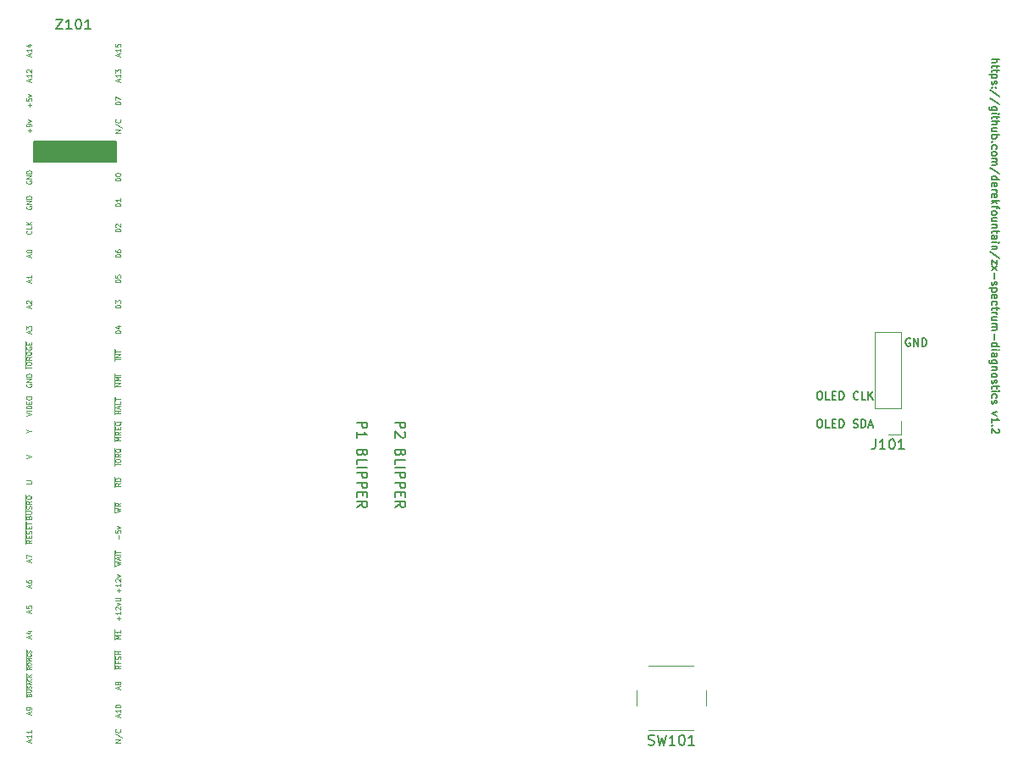
<source format=gto>
%TF.GenerationSoftware,KiCad,Pcbnew,6.0.11-2627ca5db0~126~ubuntu22.04.1*%
%TF.CreationDate,2024-03-13T14:52:50+00:00*%
%TF.ProjectId,zx-spectrum-diagnostics,7a782d73-7065-4637-9472-756d2d646961,1.2*%
%TF.SameCoordinates,Original*%
%TF.FileFunction,Legend,Top*%
%TF.FilePolarity,Positive*%
%FSLAX46Y46*%
G04 Gerber Fmt 4.6, Leading zero omitted, Abs format (unit mm)*
G04 Created by KiCad (PCBNEW 6.0.11-2627ca5db0~126~ubuntu22.04.1) date 2024-03-13 14:52:50*
%MOMM*%
%LPD*%
G01*
G04 APERTURE LIST*
%ADD10C,0.150000*%
%ADD11C,0.125000*%
%ADD12C,0.100000*%
%ADD13C,0.120000*%
%ADD14C,2.000000*%
%ADD15R,1.700000X1.700000*%
%ADD16O,1.700000X1.700000*%
%ADD17O,2.800000X1.727200*%
%ADD18O,1.800000X1.800000*%
%ADD19O,1.500000X1.500000*%
G04 APERTURE END LIST*
D10*
X76200000Y-90678000D02*
X84396000Y-90678000D01*
X84396000Y-90678000D02*
X84396000Y-92680000D01*
X84396000Y-92680000D02*
X76200000Y-92680000D01*
X76200000Y-92680000D02*
X76200000Y-90678000D01*
G36*
X76200000Y-90678000D02*
G01*
X84396000Y-90678000D01*
X84396000Y-92680000D01*
X76200000Y-92680000D01*
X76200000Y-90678000D01*
G37*
X163728476Y-110344000D02*
X163652285Y-110305904D01*
X163538000Y-110305904D01*
X163423714Y-110344000D01*
X163347523Y-110420190D01*
X163309428Y-110496380D01*
X163271333Y-110648761D01*
X163271333Y-110763047D01*
X163309428Y-110915428D01*
X163347523Y-110991619D01*
X163423714Y-111067809D01*
X163538000Y-111105904D01*
X163614190Y-111105904D01*
X163728476Y-111067809D01*
X163766571Y-111029714D01*
X163766571Y-110763047D01*
X163614190Y-110763047D01*
X164109428Y-111105904D02*
X164109428Y-110305904D01*
X164566571Y-111105904D01*
X164566571Y-110305904D01*
X164947523Y-111105904D02*
X164947523Y-110305904D01*
X165138000Y-110305904D01*
X165252285Y-110344000D01*
X165328476Y-110420190D01*
X165366571Y-110496380D01*
X165404666Y-110648761D01*
X165404666Y-110763047D01*
X165366571Y-110915428D01*
X165328476Y-110991619D01*
X165252285Y-111067809D01*
X165138000Y-111105904D01*
X164947523Y-111105904D01*
X171872714Y-82431285D02*
X172622714Y-82431285D01*
X171872714Y-82752714D02*
X172265571Y-82752714D01*
X172337000Y-82717000D01*
X172372714Y-82645571D01*
X172372714Y-82538428D01*
X172337000Y-82467000D01*
X172301285Y-82431285D01*
X172372714Y-83002714D02*
X172372714Y-83288428D01*
X172622714Y-83109857D02*
X171979857Y-83109857D01*
X171908428Y-83145571D01*
X171872714Y-83217000D01*
X171872714Y-83288428D01*
X172372714Y-83431285D02*
X172372714Y-83717000D01*
X172622714Y-83538428D02*
X171979857Y-83538428D01*
X171908428Y-83574142D01*
X171872714Y-83645571D01*
X171872714Y-83717000D01*
X172372714Y-83967000D02*
X171622714Y-83967000D01*
X172337000Y-83967000D02*
X172372714Y-84038428D01*
X172372714Y-84181285D01*
X172337000Y-84252714D01*
X172301285Y-84288428D01*
X172229857Y-84324142D01*
X172015571Y-84324142D01*
X171944142Y-84288428D01*
X171908428Y-84252714D01*
X171872714Y-84181285D01*
X171872714Y-84038428D01*
X171908428Y-83967000D01*
X171908428Y-84609857D02*
X171872714Y-84681285D01*
X171872714Y-84824142D01*
X171908428Y-84895571D01*
X171979857Y-84931285D01*
X172015571Y-84931285D01*
X172087000Y-84895571D01*
X172122714Y-84824142D01*
X172122714Y-84717000D01*
X172158428Y-84645571D01*
X172229857Y-84609857D01*
X172265571Y-84609857D01*
X172337000Y-84645571D01*
X172372714Y-84717000D01*
X172372714Y-84824142D01*
X172337000Y-84895571D01*
X171944142Y-85252714D02*
X171908428Y-85288428D01*
X171872714Y-85252714D01*
X171908428Y-85217000D01*
X171944142Y-85252714D01*
X171872714Y-85252714D01*
X172337000Y-85252714D02*
X172301285Y-85288428D01*
X172265571Y-85252714D01*
X172301285Y-85217000D01*
X172337000Y-85252714D01*
X172265571Y-85252714D01*
X172658428Y-86145571D02*
X171694142Y-85502714D01*
X172658428Y-86931285D02*
X171694142Y-86288428D01*
X172372714Y-87502714D02*
X171765571Y-87502714D01*
X171694142Y-87467000D01*
X171658428Y-87431285D01*
X171622714Y-87359857D01*
X171622714Y-87252714D01*
X171658428Y-87181285D01*
X171908428Y-87502714D02*
X171872714Y-87431285D01*
X171872714Y-87288428D01*
X171908428Y-87217000D01*
X171944142Y-87181285D01*
X172015571Y-87145571D01*
X172229857Y-87145571D01*
X172301285Y-87181285D01*
X172337000Y-87217000D01*
X172372714Y-87288428D01*
X172372714Y-87431285D01*
X172337000Y-87502714D01*
X171872714Y-87859857D02*
X172372714Y-87859857D01*
X172622714Y-87859857D02*
X172587000Y-87824142D01*
X172551285Y-87859857D01*
X172587000Y-87895571D01*
X172622714Y-87859857D01*
X172551285Y-87859857D01*
X172372714Y-88109857D02*
X172372714Y-88395571D01*
X172622714Y-88217000D02*
X171979857Y-88217000D01*
X171908428Y-88252714D01*
X171872714Y-88324142D01*
X171872714Y-88395571D01*
X171872714Y-88645571D02*
X172622714Y-88645571D01*
X171872714Y-88967000D02*
X172265571Y-88967000D01*
X172337000Y-88931285D01*
X172372714Y-88859857D01*
X172372714Y-88752714D01*
X172337000Y-88681285D01*
X172301285Y-88645571D01*
X172372714Y-89645571D02*
X171872714Y-89645571D01*
X172372714Y-89324142D02*
X171979857Y-89324142D01*
X171908428Y-89359857D01*
X171872714Y-89431285D01*
X171872714Y-89538428D01*
X171908428Y-89609857D01*
X171944142Y-89645571D01*
X171872714Y-90002714D02*
X172622714Y-90002714D01*
X172337000Y-90002714D02*
X172372714Y-90074142D01*
X172372714Y-90217000D01*
X172337000Y-90288428D01*
X172301285Y-90324142D01*
X172229857Y-90359857D01*
X172015571Y-90359857D01*
X171944142Y-90324142D01*
X171908428Y-90288428D01*
X171872714Y-90217000D01*
X171872714Y-90074142D01*
X171908428Y-90002714D01*
X171944142Y-90681285D02*
X171908428Y-90717000D01*
X171872714Y-90681285D01*
X171908428Y-90645571D01*
X171944142Y-90681285D01*
X171872714Y-90681285D01*
X171908428Y-91359857D02*
X171872714Y-91288428D01*
X171872714Y-91145571D01*
X171908428Y-91074142D01*
X171944142Y-91038428D01*
X172015571Y-91002714D01*
X172229857Y-91002714D01*
X172301285Y-91038428D01*
X172337000Y-91074142D01*
X172372714Y-91145571D01*
X172372714Y-91288428D01*
X172337000Y-91359857D01*
X171872714Y-91788428D02*
X171908428Y-91717000D01*
X171944142Y-91681285D01*
X172015571Y-91645571D01*
X172229857Y-91645571D01*
X172301285Y-91681285D01*
X172337000Y-91717000D01*
X172372714Y-91788428D01*
X172372714Y-91895571D01*
X172337000Y-91967000D01*
X172301285Y-92002714D01*
X172229857Y-92038428D01*
X172015571Y-92038428D01*
X171944142Y-92002714D01*
X171908428Y-91967000D01*
X171872714Y-91895571D01*
X171872714Y-91788428D01*
X171872714Y-92359857D02*
X172372714Y-92359857D01*
X172301285Y-92359857D02*
X172337000Y-92395571D01*
X172372714Y-92467000D01*
X172372714Y-92574142D01*
X172337000Y-92645571D01*
X172265571Y-92681285D01*
X171872714Y-92681285D01*
X172265571Y-92681285D02*
X172337000Y-92717000D01*
X172372714Y-92788428D01*
X172372714Y-92895571D01*
X172337000Y-92967000D01*
X172265571Y-93002714D01*
X171872714Y-93002714D01*
X172658428Y-93895571D02*
X171694142Y-93252714D01*
X171872714Y-94467000D02*
X172622714Y-94467000D01*
X171908428Y-94467000D02*
X171872714Y-94395571D01*
X171872714Y-94252714D01*
X171908428Y-94181285D01*
X171944142Y-94145571D01*
X172015571Y-94109857D01*
X172229857Y-94109857D01*
X172301285Y-94145571D01*
X172337000Y-94181285D01*
X172372714Y-94252714D01*
X172372714Y-94395571D01*
X172337000Y-94467000D01*
X171908428Y-95109857D02*
X171872714Y-95038428D01*
X171872714Y-94895571D01*
X171908428Y-94824142D01*
X171979857Y-94788428D01*
X172265571Y-94788428D01*
X172337000Y-94824142D01*
X172372714Y-94895571D01*
X172372714Y-95038428D01*
X172337000Y-95109857D01*
X172265571Y-95145571D01*
X172194142Y-95145571D01*
X172122714Y-94788428D01*
X171872714Y-95467000D02*
X172372714Y-95467000D01*
X172229857Y-95467000D02*
X172301285Y-95502714D01*
X172337000Y-95538428D01*
X172372714Y-95609857D01*
X172372714Y-95681285D01*
X171908428Y-96217000D02*
X171872714Y-96145571D01*
X171872714Y-96002714D01*
X171908428Y-95931285D01*
X171979857Y-95895571D01*
X172265571Y-95895571D01*
X172337000Y-95931285D01*
X172372714Y-96002714D01*
X172372714Y-96145571D01*
X172337000Y-96217000D01*
X172265571Y-96252714D01*
X172194142Y-96252714D01*
X172122714Y-95895571D01*
X171872714Y-96574142D02*
X172622714Y-96574142D01*
X172158428Y-96645571D02*
X171872714Y-96859857D01*
X172372714Y-96859857D02*
X172087000Y-96574142D01*
X172372714Y-97074142D02*
X172372714Y-97359857D01*
X171872714Y-97181285D02*
X172515571Y-97181285D01*
X172587000Y-97217000D01*
X172622714Y-97288428D01*
X172622714Y-97359857D01*
X171872714Y-97717000D02*
X171908428Y-97645571D01*
X171944142Y-97609857D01*
X172015571Y-97574142D01*
X172229857Y-97574142D01*
X172301285Y-97609857D01*
X172337000Y-97645571D01*
X172372714Y-97717000D01*
X172372714Y-97824142D01*
X172337000Y-97895571D01*
X172301285Y-97931285D01*
X172229857Y-97967000D01*
X172015571Y-97967000D01*
X171944142Y-97931285D01*
X171908428Y-97895571D01*
X171872714Y-97824142D01*
X171872714Y-97717000D01*
X172372714Y-98609857D02*
X171872714Y-98609857D01*
X172372714Y-98288428D02*
X171979857Y-98288428D01*
X171908428Y-98324142D01*
X171872714Y-98395571D01*
X171872714Y-98502714D01*
X171908428Y-98574142D01*
X171944142Y-98609857D01*
X172372714Y-98967000D02*
X171872714Y-98967000D01*
X172301285Y-98967000D02*
X172337000Y-99002714D01*
X172372714Y-99074142D01*
X172372714Y-99181285D01*
X172337000Y-99252714D01*
X172265571Y-99288428D01*
X171872714Y-99288428D01*
X172372714Y-99538428D02*
X172372714Y-99824142D01*
X172622714Y-99645571D02*
X171979857Y-99645571D01*
X171908428Y-99681285D01*
X171872714Y-99752714D01*
X171872714Y-99824142D01*
X171872714Y-100395571D02*
X172265571Y-100395571D01*
X172337000Y-100359857D01*
X172372714Y-100288428D01*
X172372714Y-100145571D01*
X172337000Y-100074142D01*
X171908428Y-100395571D02*
X171872714Y-100324142D01*
X171872714Y-100145571D01*
X171908428Y-100074142D01*
X171979857Y-100038428D01*
X172051285Y-100038428D01*
X172122714Y-100074142D01*
X172158428Y-100145571D01*
X172158428Y-100324142D01*
X172194142Y-100395571D01*
X171872714Y-100752714D02*
X172372714Y-100752714D01*
X172622714Y-100752714D02*
X172587000Y-100717000D01*
X172551285Y-100752714D01*
X172587000Y-100788428D01*
X172622714Y-100752714D01*
X172551285Y-100752714D01*
X172372714Y-101109857D02*
X171872714Y-101109857D01*
X172301285Y-101109857D02*
X172337000Y-101145571D01*
X172372714Y-101217000D01*
X172372714Y-101324142D01*
X172337000Y-101395571D01*
X172265571Y-101431285D01*
X171872714Y-101431285D01*
X172658428Y-102324142D02*
X171694142Y-101681285D01*
X172372714Y-102502714D02*
X172372714Y-102895571D01*
X171872714Y-102502714D01*
X171872714Y-102895571D01*
X171872714Y-103109857D02*
X172372714Y-103502714D01*
X172372714Y-103109857D02*
X171872714Y-103502714D01*
X172158428Y-103788428D02*
X172158428Y-104359857D01*
X171908428Y-104681285D02*
X171872714Y-104752714D01*
X171872714Y-104895571D01*
X171908428Y-104967000D01*
X171979857Y-105002714D01*
X172015571Y-105002714D01*
X172087000Y-104967000D01*
X172122714Y-104895571D01*
X172122714Y-104788428D01*
X172158428Y-104717000D01*
X172229857Y-104681285D01*
X172265571Y-104681285D01*
X172337000Y-104717000D01*
X172372714Y-104788428D01*
X172372714Y-104895571D01*
X172337000Y-104967000D01*
X172372714Y-105324142D02*
X171622714Y-105324142D01*
X172337000Y-105324142D02*
X172372714Y-105395571D01*
X172372714Y-105538428D01*
X172337000Y-105609857D01*
X172301285Y-105645571D01*
X172229857Y-105681285D01*
X172015571Y-105681285D01*
X171944142Y-105645571D01*
X171908428Y-105609857D01*
X171872714Y-105538428D01*
X171872714Y-105395571D01*
X171908428Y-105324142D01*
X171908428Y-106288428D02*
X171872714Y-106217000D01*
X171872714Y-106074142D01*
X171908428Y-106002714D01*
X171979857Y-105967000D01*
X172265571Y-105967000D01*
X172337000Y-106002714D01*
X172372714Y-106074142D01*
X172372714Y-106217000D01*
X172337000Y-106288428D01*
X172265571Y-106324142D01*
X172194142Y-106324142D01*
X172122714Y-105967000D01*
X171908428Y-106967000D02*
X171872714Y-106895571D01*
X171872714Y-106752714D01*
X171908428Y-106681285D01*
X171944142Y-106645571D01*
X172015571Y-106609857D01*
X172229857Y-106609857D01*
X172301285Y-106645571D01*
X172337000Y-106681285D01*
X172372714Y-106752714D01*
X172372714Y-106895571D01*
X172337000Y-106967000D01*
X172372714Y-107181285D02*
X172372714Y-107467000D01*
X172622714Y-107288428D02*
X171979857Y-107288428D01*
X171908428Y-107324142D01*
X171872714Y-107395571D01*
X171872714Y-107467000D01*
X171872714Y-107717000D02*
X172372714Y-107717000D01*
X172229857Y-107717000D02*
X172301285Y-107752714D01*
X172337000Y-107788428D01*
X172372714Y-107859857D01*
X172372714Y-107931285D01*
X172372714Y-108502714D02*
X171872714Y-108502714D01*
X172372714Y-108181285D02*
X171979857Y-108181285D01*
X171908428Y-108217000D01*
X171872714Y-108288428D01*
X171872714Y-108395571D01*
X171908428Y-108467000D01*
X171944142Y-108502714D01*
X171872714Y-108859857D02*
X172372714Y-108859857D01*
X172301285Y-108859857D02*
X172337000Y-108895571D01*
X172372714Y-108967000D01*
X172372714Y-109074142D01*
X172337000Y-109145571D01*
X172265571Y-109181285D01*
X171872714Y-109181285D01*
X172265571Y-109181285D02*
X172337000Y-109217000D01*
X172372714Y-109288428D01*
X172372714Y-109395571D01*
X172337000Y-109467000D01*
X172265571Y-109502714D01*
X171872714Y-109502714D01*
X172158428Y-109859857D02*
X172158428Y-110431285D01*
X171872714Y-111109857D02*
X172622714Y-111109857D01*
X171908428Y-111109857D02*
X171872714Y-111038428D01*
X171872714Y-110895571D01*
X171908428Y-110824142D01*
X171944142Y-110788428D01*
X172015571Y-110752714D01*
X172229857Y-110752714D01*
X172301285Y-110788428D01*
X172337000Y-110824142D01*
X172372714Y-110895571D01*
X172372714Y-111038428D01*
X172337000Y-111109857D01*
X171872714Y-111467000D02*
X172372714Y-111467000D01*
X172622714Y-111467000D02*
X172587000Y-111431285D01*
X172551285Y-111467000D01*
X172587000Y-111502714D01*
X172622714Y-111467000D01*
X172551285Y-111467000D01*
X171872714Y-112145571D02*
X172265571Y-112145571D01*
X172337000Y-112109857D01*
X172372714Y-112038428D01*
X172372714Y-111895571D01*
X172337000Y-111824142D01*
X171908428Y-112145571D02*
X171872714Y-112074142D01*
X171872714Y-111895571D01*
X171908428Y-111824142D01*
X171979857Y-111788428D01*
X172051285Y-111788428D01*
X172122714Y-111824142D01*
X172158428Y-111895571D01*
X172158428Y-112074142D01*
X172194142Y-112145571D01*
X172372714Y-112824142D02*
X171765571Y-112824142D01*
X171694142Y-112788428D01*
X171658428Y-112752714D01*
X171622714Y-112681285D01*
X171622714Y-112574142D01*
X171658428Y-112502714D01*
X171908428Y-112824142D02*
X171872714Y-112752714D01*
X171872714Y-112609857D01*
X171908428Y-112538428D01*
X171944142Y-112502714D01*
X172015571Y-112467000D01*
X172229857Y-112467000D01*
X172301285Y-112502714D01*
X172337000Y-112538428D01*
X172372714Y-112609857D01*
X172372714Y-112752714D01*
X172337000Y-112824142D01*
X172372714Y-113181285D02*
X171872714Y-113181285D01*
X172301285Y-113181285D02*
X172337000Y-113217000D01*
X172372714Y-113288428D01*
X172372714Y-113395571D01*
X172337000Y-113467000D01*
X172265571Y-113502714D01*
X171872714Y-113502714D01*
X171872714Y-113967000D02*
X171908428Y-113895571D01*
X171944142Y-113859857D01*
X172015571Y-113824142D01*
X172229857Y-113824142D01*
X172301285Y-113859857D01*
X172337000Y-113895571D01*
X172372714Y-113967000D01*
X172372714Y-114074142D01*
X172337000Y-114145571D01*
X172301285Y-114181285D01*
X172229857Y-114217000D01*
X172015571Y-114217000D01*
X171944142Y-114181285D01*
X171908428Y-114145571D01*
X171872714Y-114074142D01*
X171872714Y-113967000D01*
X171908428Y-114502714D02*
X171872714Y-114574142D01*
X171872714Y-114717000D01*
X171908428Y-114788428D01*
X171979857Y-114824142D01*
X172015571Y-114824142D01*
X172087000Y-114788428D01*
X172122714Y-114717000D01*
X172122714Y-114609857D01*
X172158428Y-114538428D01*
X172229857Y-114502714D01*
X172265571Y-114502714D01*
X172337000Y-114538428D01*
X172372714Y-114609857D01*
X172372714Y-114717000D01*
X172337000Y-114788428D01*
X172372714Y-115038428D02*
X172372714Y-115324142D01*
X172622714Y-115145571D02*
X171979857Y-115145571D01*
X171908428Y-115181285D01*
X171872714Y-115252714D01*
X171872714Y-115324142D01*
X171872714Y-115574142D02*
X172372714Y-115574142D01*
X172622714Y-115574142D02*
X172587000Y-115538428D01*
X172551285Y-115574142D01*
X172587000Y-115609857D01*
X172622714Y-115574142D01*
X172551285Y-115574142D01*
X171908428Y-116252714D02*
X171872714Y-116181285D01*
X171872714Y-116038428D01*
X171908428Y-115967000D01*
X171944142Y-115931285D01*
X172015571Y-115895571D01*
X172229857Y-115895571D01*
X172301285Y-115931285D01*
X172337000Y-115967000D01*
X172372714Y-116038428D01*
X172372714Y-116181285D01*
X172337000Y-116252714D01*
X171908428Y-116538428D02*
X171872714Y-116609857D01*
X171872714Y-116752714D01*
X171908428Y-116824142D01*
X171979857Y-116859857D01*
X172015571Y-116859857D01*
X172087000Y-116824142D01*
X172122714Y-116752714D01*
X172122714Y-116645571D01*
X172158428Y-116574142D01*
X172229857Y-116538428D01*
X172265571Y-116538428D01*
X172337000Y-116574142D01*
X172372714Y-116645571D01*
X172372714Y-116752714D01*
X172337000Y-116824142D01*
X172372714Y-117681285D02*
X171872714Y-117859857D01*
X172372714Y-118038428D01*
X171872714Y-118717000D02*
X171872714Y-118288428D01*
X171872714Y-118502714D02*
X172622714Y-118502714D01*
X172515571Y-118431285D01*
X172444142Y-118359857D01*
X172408428Y-118288428D01*
X171944142Y-119038428D02*
X171908428Y-119074142D01*
X171872714Y-119038428D01*
X171908428Y-119002714D01*
X171944142Y-119038428D01*
X171872714Y-119038428D01*
X172551285Y-119359857D02*
X172587000Y-119395571D01*
X172622714Y-119467000D01*
X172622714Y-119645571D01*
X172587000Y-119717000D01*
X172551285Y-119752714D01*
X172479857Y-119788428D01*
X172408428Y-119788428D01*
X172301285Y-119752714D01*
X171872714Y-119324142D01*
X171872714Y-119788428D01*
X154635523Y-118433904D02*
X154787904Y-118433904D01*
X154864095Y-118472000D01*
X154940285Y-118548190D01*
X154978380Y-118700571D01*
X154978380Y-118967238D01*
X154940285Y-119119619D01*
X154864095Y-119195809D01*
X154787904Y-119233904D01*
X154635523Y-119233904D01*
X154559333Y-119195809D01*
X154483142Y-119119619D01*
X154445047Y-118967238D01*
X154445047Y-118700571D01*
X154483142Y-118548190D01*
X154559333Y-118472000D01*
X154635523Y-118433904D01*
X155702190Y-119233904D02*
X155321238Y-119233904D01*
X155321238Y-118433904D01*
X155968857Y-118814857D02*
X156235523Y-118814857D01*
X156349809Y-119233904D02*
X155968857Y-119233904D01*
X155968857Y-118433904D01*
X156349809Y-118433904D01*
X156692666Y-119233904D02*
X156692666Y-118433904D01*
X156883142Y-118433904D01*
X156997428Y-118472000D01*
X157073619Y-118548190D01*
X157111714Y-118624380D01*
X157149809Y-118776761D01*
X157149809Y-118891047D01*
X157111714Y-119043428D01*
X157073619Y-119119619D01*
X156997428Y-119195809D01*
X156883142Y-119233904D01*
X156692666Y-119233904D01*
X158064095Y-119195809D02*
X158178380Y-119233904D01*
X158368857Y-119233904D01*
X158445047Y-119195809D01*
X158483142Y-119157714D01*
X158521238Y-119081523D01*
X158521238Y-119005333D01*
X158483142Y-118929142D01*
X158445047Y-118891047D01*
X158368857Y-118852952D01*
X158216476Y-118814857D01*
X158140285Y-118776761D01*
X158102190Y-118738666D01*
X158064095Y-118662476D01*
X158064095Y-118586285D01*
X158102190Y-118510095D01*
X158140285Y-118472000D01*
X158216476Y-118433904D01*
X158406952Y-118433904D01*
X158521238Y-118472000D01*
X158864095Y-119233904D02*
X158864095Y-118433904D01*
X159054571Y-118433904D01*
X159168857Y-118472000D01*
X159245047Y-118548190D01*
X159283142Y-118624380D01*
X159321238Y-118776761D01*
X159321238Y-118891047D01*
X159283142Y-119043428D01*
X159245047Y-119119619D01*
X159168857Y-119195809D01*
X159054571Y-119233904D01*
X158864095Y-119233904D01*
X159626000Y-119005333D02*
X160006952Y-119005333D01*
X159549809Y-119233904D02*
X159816476Y-118433904D01*
X160083142Y-119233904D01*
X112323619Y-118721714D02*
X113323619Y-118721714D01*
X113323619Y-119102666D01*
X113276000Y-119197904D01*
X113228380Y-119245523D01*
X113133142Y-119293142D01*
X112990285Y-119293142D01*
X112895047Y-119245523D01*
X112847428Y-119197904D01*
X112799809Y-119102666D01*
X112799809Y-118721714D01*
X113228380Y-119674095D02*
X113276000Y-119721714D01*
X113323619Y-119816952D01*
X113323619Y-120055047D01*
X113276000Y-120150285D01*
X113228380Y-120197904D01*
X113133142Y-120245523D01*
X113037904Y-120245523D01*
X112895047Y-120197904D01*
X112323619Y-119626476D01*
X112323619Y-120245523D01*
X112847428Y-121769333D02*
X112799809Y-121912190D01*
X112752190Y-121959809D01*
X112656952Y-122007428D01*
X112514095Y-122007428D01*
X112418857Y-121959809D01*
X112371238Y-121912190D01*
X112323619Y-121816952D01*
X112323619Y-121436000D01*
X113323619Y-121436000D01*
X113323619Y-121769333D01*
X113276000Y-121864571D01*
X113228380Y-121912190D01*
X113133142Y-121959809D01*
X113037904Y-121959809D01*
X112942666Y-121912190D01*
X112895047Y-121864571D01*
X112847428Y-121769333D01*
X112847428Y-121436000D01*
X112323619Y-122912190D02*
X112323619Y-122436000D01*
X113323619Y-122436000D01*
X112323619Y-123245523D02*
X113323619Y-123245523D01*
X112323619Y-123721714D02*
X113323619Y-123721714D01*
X113323619Y-124102666D01*
X113276000Y-124197904D01*
X113228380Y-124245523D01*
X113133142Y-124293142D01*
X112990285Y-124293142D01*
X112895047Y-124245523D01*
X112847428Y-124197904D01*
X112799809Y-124102666D01*
X112799809Y-123721714D01*
X112323619Y-124721714D02*
X113323619Y-124721714D01*
X113323619Y-125102666D01*
X113276000Y-125197904D01*
X113228380Y-125245523D01*
X113133142Y-125293142D01*
X112990285Y-125293142D01*
X112895047Y-125245523D01*
X112847428Y-125197904D01*
X112799809Y-125102666D01*
X112799809Y-124721714D01*
X112847428Y-125721714D02*
X112847428Y-126055047D01*
X112323619Y-126197904D02*
X112323619Y-125721714D01*
X113323619Y-125721714D01*
X113323619Y-126197904D01*
X112323619Y-127197904D02*
X112799809Y-126864571D01*
X112323619Y-126626476D02*
X113323619Y-126626476D01*
X113323619Y-127007428D01*
X113276000Y-127102666D01*
X113228380Y-127150285D01*
X113133142Y-127197904D01*
X112990285Y-127197904D01*
X112895047Y-127150285D01*
X112847428Y-127102666D01*
X112799809Y-127007428D01*
X112799809Y-126626476D01*
X154635523Y-115639904D02*
X154787904Y-115639904D01*
X154864095Y-115678000D01*
X154940285Y-115754190D01*
X154978380Y-115906571D01*
X154978380Y-116173238D01*
X154940285Y-116325619D01*
X154864095Y-116401809D01*
X154787904Y-116439904D01*
X154635523Y-116439904D01*
X154559333Y-116401809D01*
X154483142Y-116325619D01*
X154445047Y-116173238D01*
X154445047Y-115906571D01*
X154483142Y-115754190D01*
X154559333Y-115678000D01*
X154635523Y-115639904D01*
X155702190Y-116439904D02*
X155321238Y-116439904D01*
X155321238Y-115639904D01*
X155968857Y-116020857D02*
X156235523Y-116020857D01*
X156349809Y-116439904D02*
X155968857Y-116439904D01*
X155968857Y-115639904D01*
X156349809Y-115639904D01*
X156692666Y-116439904D02*
X156692666Y-115639904D01*
X156883142Y-115639904D01*
X156997428Y-115678000D01*
X157073619Y-115754190D01*
X157111714Y-115830380D01*
X157149809Y-115982761D01*
X157149809Y-116097047D01*
X157111714Y-116249428D01*
X157073619Y-116325619D01*
X156997428Y-116401809D01*
X156883142Y-116439904D01*
X156692666Y-116439904D01*
X158559333Y-116363714D02*
X158521238Y-116401809D01*
X158406952Y-116439904D01*
X158330761Y-116439904D01*
X158216476Y-116401809D01*
X158140285Y-116325619D01*
X158102190Y-116249428D01*
X158064095Y-116097047D01*
X158064095Y-115982761D01*
X158102190Y-115830380D01*
X158140285Y-115754190D01*
X158216476Y-115678000D01*
X158330761Y-115639904D01*
X158406952Y-115639904D01*
X158521238Y-115678000D01*
X158559333Y-115716095D01*
X159283142Y-116439904D02*
X158902190Y-116439904D01*
X158902190Y-115639904D01*
X159549809Y-116439904D02*
X159549809Y-115639904D01*
X160006952Y-116439904D02*
X159664095Y-115982761D01*
X160006952Y-115639904D02*
X159549809Y-116097047D01*
X108513619Y-118721714D02*
X109513619Y-118721714D01*
X109513619Y-119102666D01*
X109466000Y-119197904D01*
X109418380Y-119245523D01*
X109323142Y-119293142D01*
X109180285Y-119293142D01*
X109085047Y-119245523D01*
X109037428Y-119197904D01*
X108989809Y-119102666D01*
X108989809Y-118721714D01*
X108513619Y-120245523D02*
X108513619Y-119674095D01*
X108513619Y-119959809D02*
X109513619Y-119959809D01*
X109370761Y-119864571D01*
X109275523Y-119769333D01*
X109227904Y-119674095D01*
X109037428Y-121769333D02*
X108989809Y-121912190D01*
X108942190Y-121959809D01*
X108846952Y-122007428D01*
X108704095Y-122007428D01*
X108608857Y-121959809D01*
X108561238Y-121912190D01*
X108513619Y-121816952D01*
X108513619Y-121436000D01*
X109513619Y-121436000D01*
X109513619Y-121769333D01*
X109466000Y-121864571D01*
X109418380Y-121912190D01*
X109323142Y-121959809D01*
X109227904Y-121959809D01*
X109132666Y-121912190D01*
X109085047Y-121864571D01*
X109037428Y-121769333D01*
X109037428Y-121436000D01*
X108513619Y-122912190D02*
X108513619Y-122436000D01*
X109513619Y-122436000D01*
X108513619Y-123245523D02*
X109513619Y-123245523D01*
X108513619Y-123721714D02*
X109513619Y-123721714D01*
X109513619Y-124102666D01*
X109466000Y-124197904D01*
X109418380Y-124245523D01*
X109323142Y-124293142D01*
X109180285Y-124293142D01*
X109085047Y-124245523D01*
X109037428Y-124197904D01*
X108989809Y-124102666D01*
X108989809Y-123721714D01*
X108513619Y-124721714D02*
X109513619Y-124721714D01*
X109513619Y-125102666D01*
X109466000Y-125197904D01*
X109418380Y-125245523D01*
X109323142Y-125293142D01*
X109180285Y-125293142D01*
X109085047Y-125245523D01*
X109037428Y-125197904D01*
X108989809Y-125102666D01*
X108989809Y-124721714D01*
X109037428Y-125721714D02*
X109037428Y-126055047D01*
X108513619Y-126197904D02*
X108513619Y-125721714D01*
X109513619Y-125721714D01*
X109513619Y-126197904D01*
X108513619Y-127197904D02*
X108989809Y-126864571D01*
X108513619Y-126626476D02*
X109513619Y-126626476D01*
X109513619Y-127007428D01*
X109466000Y-127102666D01*
X109418380Y-127150285D01*
X109323142Y-127197904D01*
X109180285Y-127197904D01*
X109085047Y-127150285D01*
X109037428Y-127102666D01*
X108989809Y-127007428D01*
X108989809Y-126626476D01*
%TO.C,*%
%TO.C,J101*%
X160258285Y-120390380D02*
X160258285Y-121104666D01*
X160210666Y-121247523D01*
X160115428Y-121342761D01*
X159972571Y-121390380D01*
X159877333Y-121390380D01*
X161258285Y-121390380D02*
X160686857Y-121390380D01*
X160972571Y-121390380D02*
X160972571Y-120390380D01*
X160877333Y-120533238D01*
X160782095Y-120628476D01*
X160686857Y-120676095D01*
X161877333Y-120390380D02*
X161972571Y-120390380D01*
X162067809Y-120438000D01*
X162115428Y-120485619D01*
X162163047Y-120580857D01*
X162210666Y-120771333D01*
X162210666Y-121009428D01*
X162163047Y-121199904D01*
X162115428Y-121295142D01*
X162067809Y-121342761D01*
X161972571Y-121390380D01*
X161877333Y-121390380D01*
X161782095Y-121342761D01*
X161734476Y-121295142D01*
X161686857Y-121199904D01*
X161639238Y-121009428D01*
X161639238Y-120771333D01*
X161686857Y-120580857D01*
X161734476Y-120485619D01*
X161782095Y-120438000D01*
X161877333Y-120390380D01*
X163163047Y-121390380D02*
X162591619Y-121390380D01*
X162877333Y-121390380D02*
X162877333Y-120390380D01*
X162782095Y-120533238D01*
X162686857Y-120628476D01*
X162591619Y-120676095D01*
%TO.C,SW101*%
X137602285Y-150928761D02*
X137745142Y-150976380D01*
X137983238Y-150976380D01*
X138078476Y-150928761D01*
X138126095Y-150881142D01*
X138173714Y-150785904D01*
X138173714Y-150690666D01*
X138126095Y-150595428D01*
X138078476Y-150547809D01*
X137983238Y-150500190D01*
X137792761Y-150452571D01*
X137697523Y-150404952D01*
X137649904Y-150357333D01*
X137602285Y-150262095D01*
X137602285Y-150166857D01*
X137649904Y-150071619D01*
X137697523Y-150024000D01*
X137792761Y-149976380D01*
X138030857Y-149976380D01*
X138173714Y-150024000D01*
X138507047Y-149976380D02*
X138745142Y-150976380D01*
X138935619Y-150262095D01*
X139126095Y-150976380D01*
X139364190Y-149976380D01*
X140268952Y-150976380D02*
X139697523Y-150976380D01*
X139983238Y-150976380D02*
X139983238Y-149976380D01*
X139888000Y-150119238D01*
X139792761Y-150214476D01*
X139697523Y-150262095D01*
X140888000Y-149976380D02*
X140983238Y-149976380D01*
X141078476Y-150024000D01*
X141126095Y-150071619D01*
X141173714Y-150166857D01*
X141221333Y-150357333D01*
X141221333Y-150595428D01*
X141173714Y-150785904D01*
X141126095Y-150881142D01*
X141078476Y-150928761D01*
X140983238Y-150976380D01*
X140888000Y-150976380D01*
X140792761Y-150928761D01*
X140745142Y-150881142D01*
X140697523Y-150785904D01*
X140649904Y-150595428D01*
X140649904Y-150357333D01*
X140697523Y-150166857D01*
X140745142Y-150071619D01*
X140792761Y-150024000D01*
X140888000Y-149976380D01*
X142173714Y-150976380D02*
X141602285Y-150976380D01*
X141888000Y-150976380D02*
X141888000Y-149976380D01*
X141792761Y-150119238D01*
X141697523Y-150214476D01*
X141602285Y-150262095D01*
%TO.C,Z101*%
X78436095Y-78416380D02*
X79102761Y-78416380D01*
X78436095Y-79416380D01*
X79102761Y-79416380D01*
X80007523Y-79416380D02*
X79436095Y-79416380D01*
X79721809Y-79416380D02*
X79721809Y-78416380D01*
X79626571Y-78559238D01*
X79531333Y-78654476D01*
X79436095Y-78702095D01*
X80626571Y-78416380D02*
X80721809Y-78416380D01*
X80817047Y-78464000D01*
X80864666Y-78511619D01*
X80912285Y-78606857D01*
X80959904Y-78797333D01*
X80959904Y-79035428D01*
X80912285Y-79225904D01*
X80864666Y-79321142D01*
X80817047Y-79368761D01*
X80721809Y-79416380D01*
X80626571Y-79416380D01*
X80531333Y-79368761D01*
X80483714Y-79321142D01*
X80436095Y-79225904D01*
X80388476Y-79035428D01*
X80388476Y-78797333D01*
X80436095Y-78606857D01*
X80483714Y-78511619D01*
X80531333Y-78464000D01*
X80626571Y-78416380D01*
X81912285Y-79416380D02*
X81340857Y-79416380D01*
X81626571Y-79416380D02*
X81626571Y-78416380D01*
X81531333Y-78559238D01*
X81436095Y-78654476D01*
X81340857Y-78702095D01*
D11*
X75836333Y-104721142D02*
X75836333Y-104483047D01*
X75979190Y-104768761D02*
X75479190Y-104602095D01*
X75979190Y-104435428D01*
X75979190Y-104006857D02*
X75979190Y-104292571D01*
X75979190Y-104149714D02*
X75479190Y-104149714D01*
X75550619Y-104197333D01*
X75598238Y-104244952D01*
X75622047Y-104292571D01*
X84869190Y-86953047D02*
X84369190Y-86953047D01*
X84369190Y-86834000D01*
X84393000Y-86762571D01*
X84440619Y-86714952D01*
X84488238Y-86691142D01*
X84583476Y-86667333D01*
X84654904Y-86667333D01*
X84750142Y-86691142D01*
X84797761Y-86714952D01*
X84845380Y-86762571D01*
X84869190Y-86834000D01*
X84869190Y-86953047D01*
X84369190Y-86500666D02*
X84369190Y-86167333D01*
X84869190Y-86381619D01*
X84228000Y-127759714D02*
X84228000Y-127188285D01*
X84369190Y-127688285D02*
X84869190Y-127569238D01*
X84512047Y-127474000D01*
X84869190Y-127378761D01*
X84369190Y-127259714D01*
X84228000Y-127188285D02*
X84228000Y-126688285D01*
X84869190Y-126783523D02*
X84631095Y-126950190D01*
X84869190Y-127069238D02*
X84369190Y-127069238D01*
X84369190Y-126878761D01*
X84393000Y-126831142D01*
X84416809Y-126807333D01*
X84464428Y-126783523D01*
X84535857Y-126783523D01*
X84583476Y-126807333D01*
X84607285Y-126831142D01*
X84631095Y-126878761D01*
X84631095Y-127069238D01*
X75836333Y-150679238D02*
X75836333Y-150441142D01*
X75979190Y-150726857D02*
X75479190Y-150560190D01*
X75979190Y-150393523D01*
X75979190Y-149964952D02*
X75979190Y-150250666D01*
X75979190Y-150107809D02*
X75479190Y-150107809D01*
X75550619Y-150155428D01*
X75598238Y-150203047D01*
X75622047Y-150250666D01*
X75979190Y-149488761D02*
X75979190Y-149774476D01*
X75979190Y-149631619D02*
X75479190Y-149631619D01*
X75550619Y-149679238D01*
X75598238Y-149726857D01*
X75622047Y-149774476D01*
X75741095Y-119604000D02*
X75979190Y-119604000D01*
X75479190Y-119770666D02*
X75741095Y-119604000D01*
X75479190Y-119437333D01*
X84228000Y-125184000D02*
X84228000Y-124684000D01*
X84869190Y-124779238D02*
X84631095Y-124945904D01*
X84869190Y-125064952D02*
X84369190Y-125064952D01*
X84369190Y-124874476D01*
X84393000Y-124826857D01*
X84416809Y-124803047D01*
X84464428Y-124779238D01*
X84535857Y-124779238D01*
X84583476Y-124803047D01*
X84607285Y-124826857D01*
X84631095Y-124874476D01*
X84631095Y-125064952D01*
X84228000Y-124684000D02*
X84228000Y-124184000D01*
X84869190Y-124564952D02*
X84369190Y-124564952D01*
X84369190Y-124445904D01*
X84393000Y-124374476D01*
X84440619Y-124326857D01*
X84488238Y-124303047D01*
X84583476Y-124279238D01*
X84654904Y-124279238D01*
X84750142Y-124303047D01*
X84797761Y-124326857D01*
X84845380Y-124374476D01*
X84869190Y-124445904D01*
X84869190Y-124564952D01*
X84869190Y-150738761D02*
X84369190Y-150738761D01*
X84869190Y-150453047D01*
X84369190Y-150453047D01*
X84345380Y-149857809D02*
X84988238Y-150286380D01*
X84821571Y-149405428D02*
X84845380Y-149429238D01*
X84869190Y-149500666D01*
X84869190Y-149548285D01*
X84845380Y-149619714D01*
X84797761Y-149667333D01*
X84750142Y-149691142D01*
X84654904Y-149714952D01*
X84583476Y-149714952D01*
X84488238Y-149691142D01*
X84440619Y-149667333D01*
X84393000Y-149619714D01*
X84369190Y-149548285D01*
X84369190Y-149500666D01*
X84393000Y-149429238D01*
X84416809Y-149405428D01*
X75338000Y-113353047D02*
X75338000Y-113114952D01*
X75979190Y-113234000D02*
X75479190Y-113234000D01*
X75338000Y-113114952D02*
X75338000Y-112591142D01*
X75479190Y-112900666D02*
X75479190Y-112805428D01*
X75503000Y-112757809D01*
X75550619Y-112710190D01*
X75645857Y-112686380D01*
X75812523Y-112686380D01*
X75907761Y-112710190D01*
X75955380Y-112757809D01*
X75979190Y-112805428D01*
X75979190Y-112900666D01*
X75955380Y-112948285D01*
X75907761Y-112995904D01*
X75812523Y-113019714D01*
X75645857Y-113019714D01*
X75550619Y-112995904D01*
X75503000Y-112948285D01*
X75479190Y-112900666D01*
X75338000Y-112591142D02*
X75338000Y-112091142D01*
X75979190Y-112186380D02*
X75741095Y-112353047D01*
X75979190Y-112472095D02*
X75479190Y-112472095D01*
X75479190Y-112281619D01*
X75503000Y-112234000D01*
X75526809Y-112210190D01*
X75574428Y-112186380D01*
X75645857Y-112186380D01*
X75693476Y-112210190D01*
X75717285Y-112234000D01*
X75741095Y-112281619D01*
X75741095Y-112472095D01*
X75338000Y-112091142D02*
X75338000Y-111567333D01*
X76026809Y-111638761D02*
X76003000Y-111686380D01*
X75955380Y-111734000D01*
X75883952Y-111805428D01*
X75860142Y-111853047D01*
X75860142Y-111900666D01*
X75979190Y-111876857D02*
X75955380Y-111924476D01*
X75907761Y-111972095D01*
X75812523Y-111995904D01*
X75645857Y-111995904D01*
X75550619Y-111972095D01*
X75503000Y-111924476D01*
X75479190Y-111876857D01*
X75479190Y-111781619D01*
X75503000Y-111734000D01*
X75550619Y-111686380D01*
X75645857Y-111662571D01*
X75812523Y-111662571D01*
X75907761Y-111686380D01*
X75955380Y-111734000D01*
X75979190Y-111781619D01*
X75979190Y-111876857D01*
X75338000Y-111567333D02*
X75338000Y-111067333D01*
X75503000Y-111186380D02*
X75479190Y-111234000D01*
X75479190Y-111305428D01*
X75503000Y-111376857D01*
X75550619Y-111424476D01*
X75598238Y-111448285D01*
X75693476Y-111472095D01*
X75764904Y-111472095D01*
X75860142Y-111448285D01*
X75907761Y-111424476D01*
X75955380Y-111376857D01*
X75979190Y-111305428D01*
X75979190Y-111257809D01*
X75955380Y-111186380D01*
X75931571Y-111162571D01*
X75764904Y-111162571D01*
X75764904Y-111257809D01*
X75338000Y-111067333D02*
X75338000Y-110614952D01*
X75717285Y-110948285D02*
X75717285Y-110781619D01*
X75979190Y-110710190D02*
X75979190Y-110948285D01*
X75479190Y-110948285D01*
X75479190Y-110710190D01*
X75836333Y-137741142D02*
X75836333Y-137503047D01*
X75979190Y-137788761D02*
X75479190Y-137622095D01*
X75979190Y-137455428D01*
X75479190Y-137050666D02*
X75479190Y-137288761D01*
X75717285Y-137312571D01*
X75693476Y-137288761D01*
X75669666Y-137241142D01*
X75669666Y-137122095D01*
X75693476Y-137074476D01*
X75717285Y-137050666D01*
X75764904Y-137026857D01*
X75883952Y-137026857D01*
X75931571Y-137050666D01*
X75955380Y-137074476D01*
X75979190Y-137122095D01*
X75979190Y-137241142D01*
X75955380Y-137288761D01*
X75931571Y-137312571D01*
X84726333Y-82099238D02*
X84726333Y-81861142D01*
X84869190Y-82146857D02*
X84369190Y-81980190D01*
X84869190Y-81813523D01*
X84869190Y-81384952D02*
X84869190Y-81670666D01*
X84869190Y-81527809D02*
X84369190Y-81527809D01*
X84440619Y-81575428D01*
X84488238Y-81623047D01*
X84512047Y-81670666D01*
X84369190Y-80932571D02*
X84369190Y-81170666D01*
X84607285Y-81194476D01*
X84583476Y-81170666D01*
X84559666Y-81123047D01*
X84559666Y-81004000D01*
X84583476Y-80956380D01*
X84607285Y-80932571D01*
X84654904Y-80908761D01*
X84773952Y-80908761D01*
X84821571Y-80932571D01*
X84845380Y-80956380D01*
X84869190Y-81004000D01*
X84869190Y-81123047D01*
X84845380Y-81170666D01*
X84821571Y-81194476D01*
X75836333Y-109801142D02*
X75836333Y-109563047D01*
X75979190Y-109848761D02*
X75479190Y-109682095D01*
X75979190Y-109515428D01*
X75479190Y-109396380D02*
X75479190Y-109086857D01*
X75669666Y-109253523D01*
X75669666Y-109182095D01*
X75693476Y-109134476D01*
X75717285Y-109110666D01*
X75764904Y-109086857D01*
X75883952Y-109086857D01*
X75931571Y-109110666D01*
X75955380Y-109134476D01*
X75979190Y-109182095D01*
X75979190Y-109324952D01*
X75955380Y-109372571D01*
X75931571Y-109396380D01*
X75338000Y-130894952D02*
X75338000Y-130394952D01*
X75979190Y-130490190D02*
X75741095Y-130656857D01*
X75979190Y-130775904D02*
X75479190Y-130775904D01*
X75479190Y-130585428D01*
X75503000Y-130537809D01*
X75526809Y-130514000D01*
X75574428Y-130490190D01*
X75645857Y-130490190D01*
X75693476Y-130514000D01*
X75717285Y-130537809D01*
X75741095Y-130585428D01*
X75741095Y-130775904D01*
X75338000Y-130394952D02*
X75338000Y-129942571D01*
X75717285Y-130275904D02*
X75717285Y-130109238D01*
X75979190Y-130037809D02*
X75979190Y-130275904D01*
X75479190Y-130275904D01*
X75479190Y-130037809D01*
X75338000Y-129942571D02*
X75338000Y-129466380D01*
X75955380Y-129847333D02*
X75979190Y-129775904D01*
X75979190Y-129656857D01*
X75955380Y-129609238D01*
X75931571Y-129585428D01*
X75883952Y-129561619D01*
X75836333Y-129561619D01*
X75788714Y-129585428D01*
X75764904Y-129609238D01*
X75741095Y-129656857D01*
X75717285Y-129752095D01*
X75693476Y-129799714D01*
X75669666Y-129823523D01*
X75622047Y-129847333D01*
X75574428Y-129847333D01*
X75526809Y-129823523D01*
X75503000Y-129799714D01*
X75479190Y-129752095D01*
X75479190Y-129633047D01*
X75503000Y-129561619D01*
X75338000Y-129466380D02*
X75338000Y-129014000D01*
X75717285Y-129347333D02*
X75717285Y-129180666D01*
X75979190Y-129109238D02*
X75979190Y-129347333D01*
X75479190Y-129347333D01*
X75479190Y-129109238D01*
X75338000Y-129014000D02*
X75338000Y-128633047D01*
X75479190Y-128966380D02*
X75479190Y-128680666D01*
X75979190Y-128823523D02*
X75479190Y-128823523D01*
X75788714Y-89743047D02*
X75788714Y-89362095D01*
X75979190Y-89552571D02*
X75598238Y-89552571D01*
X75979190Y-89100190D02*
X75979190Y-89004952D01*
X75955380Y-88957333D01*
X75931571Y-88933523D01*
X75860142Y-88885904D01*
X75764904Y-88862095D01*
X75574428Y-88862095D01*
X75526809Y-88885904D01*
X75503000Y-88909714D01*
X75479190Y-88957333D01*
X75479190Y-89052571D01*
X75503000Y-89100190D01*
X75526809Y-89124000D01*
X75574428Y-89147809D01*
X75693476Y-89147809D01*
X75741095Y-89124000D01*
X75764904Y-89100190D01*
X75788714Y-89052571D01*
X75788714Y-88957333D01*
X75764904Y-88909714D01*
X75741095Y-88885904D01*
X75693476Y-88862095D01*
X75645857Y-88695428D02*
X75979190Y-88576380D01*
X75645857Y-88457333D01*
X84869190Y-94573047D02*
X84369190Y-94573047D01*
X84369190Y-94454000D01*
X84393000Y-94382571D01*
X84440619Y-94334952D01*
X84488238Y-94311142D01*
X84583476Y-94287333D01*
X84654904Y-94287333D01*
X84750142Y-94311142D01*
X84797761Y-94334952D01*
X84845380Y-94382571D01*
X84869190Y-94454000D01*
X84869190Y-94573047D01*
X84369190Y-93977809D02*
X84369190Y-93930190D01*
X84393000Y-93882571D01*
X84416809Y-93858761D01*
X84464428Y-93834952D01*
X84559666Y-93811142D01*
X84678714Y-93811142D01*
X84773952Y-93834952D01*
X84821571Y-93858761D01*
X84845380Y-93882571D01*
X84869190Y-93930190D01*
X84869190Y-93977809D01*
X84845380Y-94025428D01*
X84821571Y-94049238D01*
X84773952Y-94073047D01*
X84678714Y-94096857D01*
X84559666Y-94096857D01*
X84464428Y-94073047D01*
X84416809Y-94049238D01*
X84393000Y-94025428D01*
X84369190Y-93977809D01*
X84678714Y-138503047D02*
X84678714Y-138122095D01*
X84869190Y-138312571D02*
X84488238Y-138312571D01*
X84869190Y-137622095D02*
X84869190Y-137907809D01*
X84869190Y-137764952D02*
X84369190Y-137764952D01*
X84440619Y-137812571D01*
X84488238Y-137860190D01*
X84512047Y-137907809D01*
X84416809Y-137431619D02*
X84393000Y-137407809D01*
X84369190Y-137360190D01*
X84369190Y-137241142D01*
X84393000Y-137193523D01*
X84416809Y-137169714D01*
X84464428Y-137145904D01*
X84512047Y-137145904D01*
X84583476Y-137169714D01*
X84869190Y-137455428D01*
X84869190Y-137145904D01*
X84535857Y-136979238D02*
X84869190Y-136860190D01*
X84535857Y-136741142D01*
X84369190Y-136550666D02*
X84773952Y-136550666D01*
X84821571Y-136526857D01*
X84845380Y-136503047D01*
X84869190Y-136455428D01*
X84869190Y-136360190D01*
X84845380Y-136312571D01*
X84821571Y-136288761D01*
X84773952Y-136264952D01*
X84369190Y-136264952D01*
X75479190Y-124826857D02*
X75883952Y-124826857D01*
X75931571Y-124803047D01*
X75955380Y-124779238D01*
X75979190Y-124731619D01*
X75979190Y-124636380D01*
X75955380Y-124588761D01*
X75931571Y-124564952D01*
X75883952Y-124541142D01*
X75479190Y-124541142D01*
X84228000Y-133113523D02*
X84228000Y-132542095D01*
X84369190Y-133042095D02*
X84869190Y-132923047D01*
X84512047Y-132827809D01*
X84869190Y-132732571D01*
X84369190Y-132613523D01*
X84228000Y-132542095D02*
X84228000Y-132113523D01*
X84726333Y-132446857D02*
X84726333Y-132208761D01*
X84869190Y-132494476D02*
X84369190Y-132327809D01*
X84869190Y-132161142D01*
X84228000Y-132113523D02*
X84228000Y-131875428D01*
X84869190Y-131994476D02*
X84369190Y-131994476D01*
X84228000Y-131875428D02*
X84228000Y-131494476D01*
X84369190Y-131827809D02*
X84369190Y-131542095D01*
X84869190Y-131684952D02*
X84369190Y-131684952D01*
X84869190Y-99653047D02*
X84369190Y-99653047D01*
X84369190Y-99534000D01*
X84393000Y-99462571D01*
X84440619Y-99414952D01*
X84488238Y-99391142D01*
X84583476Y-99367333D01*
X84654904Y-99367333D01*
X84750142Y-99391142D01*
X84797761Y-99414952D01*
X84845380Y-99462571D01*
X84869190Y-99534000D01*
X84869190Y-99653047D01*
X84416809Y-99176857D02*
X84393000Y-99153047D01*
X84369190Y-99105428D01*
X84369190Y-98986380D01*
X84393000Y-98938761D01*
X84416809Y-98914952D01*
X84464428Y-98891142D01*
X84512047Y-98891142D01*
X84583476Y-98914952D01*
X84869190Y-99200666D01*
X84869190Y-98891142D01*
X84228000Y-115190666D02*
X84228000Y-114666857D01*
X84869190Y-115071619D02*
X84369190Y-115071619D01*
X84869190Y-114785904D01*
X84369190Y-114785904D01*
X84228000Y-114666857D02*
X84228000Y-114095428D01*
X84869190Y-114547809D02*
X84369190Y-114547809D01*
X84726333Y-114381142D01*
X84369190Y-114214476D01*
X84869190Y-114214476D01*
X84228000Y-114095428D02*
X84228000Y-113857333D01*
X84869190Y-113976380D02*
X84369190Y-113976380D01*
X75836333Y-132661142D02*
X75836333Y-132423047D01*
X75979190Y-132708761D02*
X75479190Y-132542095D01*
X75979190Y-132375428D01*
X75479190Y-132256380D02*
X75479190Y-131923047D01*
X75979190Y-132137333D01*
X84869190Y-107273047D02*
X84369190Y-107273047D01*
X84369190Y-107154000D01*
X84393000Y-107082571D01*
X84440619Y-107034952D01*
X84488238Y-107011142D01*
X84583476Y-106987333D01*
X84654904Y-106987333D01*
X84750142Y-107011142D01*
X84797761Y-107034952D01*
X84845380Y-107082571D01*
X84869190Y-107154000D01*
X84869190Y-107273047D01*
X84369190Y-106820666D02*
X84369190Y-106511142D01*
X84559666Y-106677809D01*
X84559666Y-106606380D01*
X84583476Y-106558761D01*
X84607285Y-106534952D01*
X84654904Y-106511142D01*
X84773952Y-106511142D01*
X84821571Y-106534952D01*
X84845380Y-106558761D01*
X84869190Y-106606380D01*
X84869190Y-106749238D01*
X84845380Y-106796857D01*
X84821571Y-106820666D01*
X84869190Y-97113047D02*
X84369190Y-97113047D01*
X84369190Y-96994000D01*
X84393000Y-96922571D01*
X84440619Y-96874952D01*
X84488238Y-96851142D01*
X84583476Y-96827333D01*
X84654904Y-96827333D01*
X84750142Y-96851142D01*
X84797761Y-96874952D01*
X84845380Y-96922571D01*
X84869190Y-96994000D01*
X84869190Y-97113047D01*
X84869190Y-96351142D02*
X84869190Y-96636857D01*
X84869190Y-96494000D02*
X84369190Y-96494000D01*
X84440619Y-96541619D01*
X84488238Y-96589238D01*
X84512047Y-96636857D01*
X84726333Y-148139238D02*
X84726333Y-147901142D01*
X84869190Y-148186857D02*
X84369190Y-148020190D01*
X84869190Y-147853523D01*
X84869190Y-147424952D02*
X84869190Y-147710666D01*
X84869190Y-147567809D02*
X84369190Y-147567809D01*
X84440619Y-147615428D01*
X84488238Y-147663047D01*
X84512047Y-147710666D01*
X84369190Y-147115428D02*
X84369190Y-147067809D01*
X84393000Y-147020190D01*
X84416809Y-146996380D01*
X84464428Y-146972571D01*
X84559666Y-146948761D01*
X84678714Y-146948761D01*
X84773952Y-146972571D01*
X84821571Y-146996380D01*
X84845380Y-147020190D01*
X84869190Y-147067809D01*
X84869190Y-147115428D01*
X84845380Y-147163047D01*
X84821571Y-147186857D01*
X84773952Y-147210666D01*
X84678714Y-147234476D01*
X84559666Y-147234476D01*
X84464428Y-147210666D01*
X84416809Y-147186857D01*
X84393000Y-147163047D01*
X84369190Y-147115428D01*
X84869190Y-102193047D02*
X84369190Y-102193047D01*
X84369190Y-102074000D01*
X84393000Y-102002571D01*
X84440619Y-101954952D01*
X84488238Y-101931142D01*
X84583476Y-101907333D01*
X84654904Y-101907333D01*
X84750142Y-101931142D01*
X84797761Y-101954952D01*
X84845380Y-102002571D01*
X84869190Y-102074000D01*
X84869190Y-102193047D01*
X84369190Y-101478761D02*
X84369190Y-101574000D01*
X84393000Y-101621619D01*
X84416809Y-101645428D01*
X84488238Y-101693047D01*
X84583476Y-101716857D01*
X84773952Y-101716857D01*
X84821571Y-101693047D01*
X84845380Y-101669238D01*
X84869190Y-101621619D01*
X84869190Y-101526380D01*
X84845380Y-101478761D01*
X84821571Y-101454952D01*
X84773952Y-101431142D01*
X84654904Y-101431142D01*
X84607285Y-101454952D01*
X84583476Y-101478761D01*
X84559666Y-101526380D01*
X84559666Y-101621619D01*
X84583476Y-101669238D01*
X84607285Y-101693047D01*
X84654904Y-101716857D01*
X84228000Y-120627809D02*
X84228000Y-120056380D01*
X84869190Y-120508761D02*
X84369190Y-120508761D01*
X84726333Y-120342095D01*
X84369190Y-120175428D01*
X84869190Y-120175428D01*
X84228000Y-120056380D02*
X84228000Y-119556380D01*
X84869190Y-119651619D02*
X84631095Y-119818285D01*
X84869190Y-119937333D02*
X84369190Y-119937333D01*
X84369190Y-119746857D01*
X84393000Y-119699238D01*
X84416809Y-119675428D01*
X84464428Y-119651619D01*
X84535857Y-119651619D01*
X84583476Y-119675428D01*
X84607285Y-119699238D01*
X84631095Y-119746857D01*
X84631095Y-119937333D01*
X84228000Y-119556380D02*
X84228000Y-119104000D01*
X84607285Y-119437333D02*
X84607285Y-119270666D01*
X84869190Y-119199238D02*
X84869190Y-119437333D01*
X84369190Y-119437333D01*
X84369190Y-119199238D01*
X84228000Y-119104000D02*
X84228000Y-118580190D01*
X84916809Y-118651619D02*
X84893000Y-118699238D01*
X84845380Y-118746857D01*
X84773952Y-118818285D01*
X84750142Y-118865904D01*
X84750142Y-118913523D01*
X84869190Y-118889714D02*
X84845380Y-118937333D01*
X84797761Y-118984952D01*
X84702523Y-119008761D01*
X84535857Y-119008761D01*
X84440619Y-118984952D01*
X84393000Y-118937333D01*
X84369190Y-118889714D01*
X84369190Y-118794476D01*
X84393000Y-118746857D01*
X84440619Y-118699238D01*
X84535857Y-118675428D01*
X84702523Y-118675428D01*
X84797761Y-118699238D01*
X84845380Y-118746857D01*
X84869190Y-118794476D01*
X84869190Y-118889714D01*
X75479190Y-118087809D02*
X75979190Y-117921142D01*
X75479190Y-117754476D01*
X75979190Y-117587809D02*
X75479190Y-117587809D01*
X75979190Y-117349714D02*
X75479190Y-117349714D01*
X75479190Y-117230666D01*
X75503000Y-117159238D01*
X75550619Y-117111619D01*
X75598238Y-117087809D01*
X75693476Y-117064000D01*
X75764904Y-117064000D01*
X75860142Y-117087809D01*
X75907761Y-117111619D01*
X75955380Y-117159238D01*
X75979190Y-117230666D01*
X75979190Y-117349714D01*
X75717285Y-116849714D02*
X75717285Y-116683047D01*
X75979190Y-116611619D02*
X75979190Y-116849714D01*
X75479190Y-116849714D01*
X75479190Y-116611619D01*
X75479190Y-116302095D02*
X75479190Y-116206857D01*
X75503000Y-116159238D01*
X75550619Y-116111619D01*
X75645857Y-116087809D01*
X75812523Y-116087809D01*
X75907761Y-116111619D01*
X75955380Y-116159238D01*
X75979190Y-116206857D01*
X75979190Y-116302095D01*
X75955380Y-116349714D01*
X75907761Y-116397333D01*
X75812523Y-116421142D01*
X75645857Y-116421142D01*
X75550619Y-116397333D01*
X75503000Y-116349714D01*
X75479190Y-116302095D01*
X75836333Y-140281142D02*
X75836333Y-140043047D01*
X75979190Y-140328761D02*
X75479190Y-140162095D01*
X75979190Y-139995428D01*
X75645857Y-139614476D02*
X75979190Y-139614476D01*
X75455380Y-139733523D02*
X75812523Y-139852571D01*
X75812523Y-139543047D01*
X75788714Y-87203047D02*
X75788714Y-86822095D01*
X75979190Y-87012571D02*
X75598238Y-87012571D01*
X75479190Y-86345904D02*
X75479190Y-86584000D01*
X75717285Y-86607809D01*
X75693476Y-86584000D01*
X75669666Y-86536380D01*
X75669666Y-86417333D01*
X75693476Y-86369714D01*
X75717285Y-86345904D01*
X75764904Y-86322095D01*
X75883952Y-86322095D01*
X75931571Y-86345904D01*
X75955380Y-86369714D01*
X75979190Y-86417333D01*
X75979190Y-86536380D01*
X75955380Y-86584000D01*
X75931571Y-86607809D01*
X75645857Y-86155428D02*
X75979190Y-86036380D01*
X75645857Y-85917333D01*
X84869190Y-104733047D02*
X84369190Y-104733047D01*
X84369190Y-104614000D01*
X84393000Y-104542571D01*
X84440619Y-104494952D01*
X84488238Y-104471142D01*
X84583476Y-104447333D01*
X84654904Y-104447333D01*
X84750142Y-104471142D01*
X84797761Y-104494952D01*
X84845380Y-104542571D01*
X84869190Y-104614000D01*
X84869190Y-104733047D01*
X84369190Y-103994952D02*
X84369190Y-104233047D01*
X84607285Y-104256857D01*
X84583476Y-104233047D01*
X84559666Y-104185428D01*
X84559666Y-104066380D01*
X84583476Y-104018761D01*
X84607285Y-103994952D01*
X84654904Y-103971142D01*
X84773952Y-103971142D01*
X84821571Y-103994952D01*
X84845380Y-104018761D01*
X84869190Y-104066380D01*
X84869190Y-104185428D01*
X84845380Y-104233047D01*
X84821571Y-104256857D01*
D12*
X75421000Y-143492571D02*
X75421000Y-143092571D01*
X75933952Y-143168761D02*
X75743476Y-143302095D01*
X75933952Y-143397333D02*
X75533952Y-143397333D01*
X75533952Y-143244952D01*
X75553000Y-143206857D01*
X75572047Y-143187809D01*
X75610142Y-143168761D01*
X75667285Y-143168761D01*
X75705380Y-143187809D01*
X75724428Y-143206857D01*
X75743476Y-143244952D01*
X75743476Y-143397333D01*
X75421000Y-143092571D02*
X75421000Y-142673523D01*
X75533952Y-142921142D02*
X75533952Y-142844952D01*
X75553000Y-142806857D01*
X75591095Y-142768761D01*
X75667285Y-142749714D01*
X75800619Y-142749714D01*
X75876809Y-142768761D01*
X75914904Y-142806857D01*
X75933952Y-142844952D01*
X75933952Y-142921142D01*
X75914904Y-142959238D01*
X75876809Y-142997333D01*
X75800619Y-143016380D01*
X75667285Y-143016380D01*
X75591095Y-142997333D01*
X75553000Y-142959238D01*
X75533952Y-142921142D01*
X75421000Y-142673523D02*
X75421000Y-142216380D01*
X75933952Y-142578285D02*
X75533952Y-142578285D01*
X75819666Y-142444952D01*
X75533952Y-142311619D01*
X75933952Y-142311619D01*
X75421000Y-142216380D02*
X75421000Y-141816380D01*
X75895857Y-141892571D02*
X75914904Y-141911619D01*
X75933952Y-141968761D01*
X75933952Y-142006857D01*
X75914904Y-142064000D01*
X75876809Y-142102095D01*
X75838714Y-142121142D01*
X75762523Y-142140190D01*
X75705380Y-142140190D01*
X75629190Y-142121142D01*
X75591095Y-142102095D01*
X75553000Y-142064000D01*
X75533952Y-142006857D01*
X75533952Y-141968761D01*
X75553000Y-141911619D01*
X75572047Y-141892571D01*
X75421000Y-141816380D02*
X75421000Y-141435428D01*
X75914904Y-141740190D02*
X75933952Y-141683047D01*
X75933952Y-141587809D01*
X75914904Y-141549714D01*
X75895857Y-141530666D01*
X75857761Y-141511619D01*
X75819666Y-141511619D01*
X75781571Y-141530666D01*
X75762523Y-141549714D01*
X75743476Y-141587809D01*
X75724428Y-141664000D01*
X75705380Y-141702095D01*
X75686333Y-141721142D01*
X75648238Y-141740190D01*
X75610142Y-141740190D01*
X75572047Y-141721142D01*
X75553000Y-141702095D01*
X75533952Y-141664000D01*
X75533952Y-141568761D01*
X75553000Y-141511619D01*
D11*
X84228000Y-143428285D02*
X84228000Y-142928285D01*
X84869190Y-143023523D02*
X84631095Y-143190190D01*
X84869190Y-143309238D02*
X84369190Y-143309238D01*
X84369190Y-143118761D01*
X84393000Y-143071142D01*
X84416809Y-143047333D01*
X84464428Y-143023523D01*
X84535857Y-143023523D01*
X84583476Y-143047333D01*
X84607285Y-143071142D01*
X84631095Y-143118761D01*
X84631095Y-143309238D01*
X84228000Y-142928285D02*
X84228000Y-142499714D01*
X84607285Y-142642571D02*
X84607285Y-142809238D01*
X84869190Y-142809238D02*
X84369190Y-142809238D01*
X84369190Y-142571142D01*
X84228000Y-142499714D02*
X84228000Y-142023523D01*
X84845380Y-142404476D02*
X84869190Y-142333047D01*
X84869190Y-142214000D01*
X84845380Y-142166380D01*
X84821571Y-142142571D01*
X84773952Y-142118761D01*
X84726333Y-142118761D01*
X84678714Y-142142571D01*
X84654904Y-142166380D01*
X84631095Y-142214000D01*
X84607285Y-142309238D01*
X84583476Y-142356857D01*
X84559666Y-142380666D01*
X84512047Y-142404476D01*
X84464428Y-142404476D01*
X84416809Y-142380666D01*
X84393000Y-142356857D01*
X84369190Y-142309238D01*
X84369190Y-142190190D01*
X84393000Y-142118761D01*
X84228000Y-142023523D02*
X84228000Y-141499714D01*
X84869190Y-141904476D02*
X84369190Y-141904476D01*
X84607285Y-141904476D02*
X84607285Y-141618761D01*
X84869190Y-141618761D02*
X84369190Y-141618761D01*
X84869190Y-109813047D02*
X84369190Y-109813047D01*
X84369190Y-109694000D01*
X84393000Y-109622571D01*
X84440619Y-109574952D01*
X84488238Y-109551142D01*
X84583476Y-109527333D01*
X84654904Y-109527333D01*
X84750142Y-109551142D01*
X84797761Y-109574952D01*
X84845380Y-109622571D01*
X84869190Y-109694000D01*
X84869190Y-109813047D01*
X84535857Y-109098761D02*
X84869190Y-109098761D01*
X84345380Y-109217809D02*
X84702523Y-109336857D01*
X84702523Y-109027333D01*
X75479190Y-122310666D02*
X75979190Y-122144000D01*
X75479190Y-121977333D01*
X84726333Y-84639238D02*
X84726333Y-84401142D01*
X84869190Y-84686857D02*
X84369190Y-84520190D01*
X84869190Y-84353523D01*
X84869190Y-83924952D02*
X84869190Y-84210666D01*
X84869190Y-84067809D02*
X84369190Y-84067809D01*
X84440619Y-84115428D01*
X84488238Y-84163047D01*
X84512047Y-84210666D01*
X84369190Y-83758285D02*
X84369190Y-83448761D01*
X84559666Y-83615428D01*
X84559666Y-83544000D01*
X84583476Y-83496380D01*
X84607285Y-83472571D01*
X84654904Y-83448761D01*
X84773952Y-83448761D01*
X84821571Y-83472571D01*
X84845380Y-83496380D01*
X84869190Y-83544000D01*
X84869190Y-83686857D01*
X84845380Y-83734476D01*
X84821571Y-83758285D01*
X84228000Y-123036857D02*
X84228000Y-122798761D01*
X84869190Y-122917809D02*
X84369190Y-122917809D01*
X84228000Y-122798761D02*
X84228000Y-122274952D01*
X84369190Y-122584476D02*
X84369190Y-122489238D01*
X84393000Y-122441619D01*
X84440619Y-122394000D01*
X84535857Y-122370190D01*
X84702523Y-122370190D01*
X84797761Y-122394000D01*
X84845380Y-122441619D01*
X84869190Y-122489238D01*
X84869190Y-122584476D01*
X84845380Y-122632095D01*
X84797761Y-122679714D01*
X84702523Y-122703523D01*
X84535857Y-122703523D01*
X84440619Y-122679714D01*
X84393000Y-122632095D01*
X84369190Y-122584476D01*
X84228000Y-122274952D02*
X84228000Y-121774952D01*
X84869190Y-121870190D02*
X84631095Y-122036857D01*
X84869190Y-122155904D02*
X84369190Y-122155904D01*
X84369190Y-121965428D01*
X84393000Y-121917809D01*
X84416809Y-121894000D01*
X84464428Y-121870190D01*
X84535857Y-121870190D01*
X84583476Y-121894000D01*
X84607285Y-121917809D01*
X84631095Y-121965428D01*
X84631095Y-122155904D01*
X84228000Y-121774952D02*
X84228000Y-121251142D01*
X84916809Y-121322571D02*
X84893000Y-121370190D01*
X84845380Y-121417809D01*
X84773952Y-121489238D01*
X84750142Y-121536857D01*
X84750142Y-121584476D01*
X84869190Y-121560666D02*
X84845380Y-121608285D01*
X84797761Y-121655904D01*
X84702523Y-121679714D01*
X84535857Y-121679714D01*
X84440619Y-121655904D01*
X84393000Y-121608285D01*
X84369190Y-121560666D01*
X84369190Y-121465428D01*
X84393000Y-121417809D01*
X84440619Y-121370190D01*
X84535857Y-121346380D01*
X84702523Y-121346380D01*
X84797761Y-121370190D01*
X84845380Y-121417809D01*
X84869190Y-121465428D01*
X84869190Y-121560666D01*
X84678714Y-130383047D02*
X84678714Y-130002095D01*
X84369190Y-129525904D02*
X84369190Y-129764000D01*
X84607285Y-129787809D01*
X84583476Y-129764000D01*
X84559666Y-129716380D01*
X84559666Y-129597333D01*
X84583476Y-129549714D01*
X84607285Y-129525904D01*
X84654904Y-129502095D01*
X84773952Y-129502095D01*
X84821571Y-129525904D01*
X84845380Y-129549714D01*
X84869190Y-129597333D01*
X84869190Y-129716380D01*
X84845380Y-129764000D01*
X84821571Y-129787809D01*
X84535857Y-129335428D02*
X84869190Y-129216380D01*
X84535857Y-129097333D01*
X84228000Y-117933047D02*
X84228000Y-117409238D01*
X84869190Y-117814000D02*
X84369190Y-117814000D01*
X84607285Y-117814000D02*
X84607285Y-117528285D01*
X84869190Y-117528285D02*
X84369190Y-117528285D01*
X84228000Y-117409238D02*
X84228000Y-116980666D01*
X84726333Y-117314000D02*
X84726333Y-117075904D01*
X84869190Y-117361619D02*
X84369190Y-117194952D01*
X84869190Y-117028285D01*
X84228000Y-116980666D02*
X84228000Y-116575904D01*
X84869190Y-116623523D02*
X84869190Y-116861619D01*
X84369190Y-116861619D01*
X84228000Y-116575904D02*
X84228000Y-116194952D01*
X84369190Y-116528285D02*
X84369190Y-116242571D01*
X84869190Y-116385428D02*
X84369190Y-116385428D01*
X84228000Y-140447809D02*
X84228000Y-139876380D01*
X84869190Y-140328761D02*
X84369190Y-140328761D01*
X84726333Y-140162095D01*
X84369190Y-139995428D01*
X84869190Y-139995428D01*
X84228000Y-139876380D02*
X84228000Y-139400190D01*
X84869190Y-139495428D02*
X84869190Y-139781142D01*
X84869190Y-139638285D02*
X84369190Y-139638285D01*
X84440619Y-139685904D01*
X84488238Y-139733523D01*
X84512047Y-139781142D01*
X75836333Y-82099238D02*
X75836333Y-81861142D01*
X75979190Y-82146857D02*
X75479190Y-81980190D01*
X75979190Y-81813523D01*
X75979190Y-81384952D02*
X75979190Y-81670666D01*
X75979190Y-81527809D02*
X75479190Y-81527809D01*
X75550619Y-81575428D01*
X75598238Y-81623047D01*
X75622047Y-81670666D01*
X75645857Y-80956380D02*
X75979190Y-80956380D01*
X75455380Y-81075428D02*
X75812523Y-81194476D01*
X75812523Y-80884952D01*
X75931571Y-99581619D02*
X75955380Y-99605428D01*
X75979190Y-99676857D01*
X75979190Y-99724476D01*
X75955380Y-99795904D01*
X75907761Y-99843523D01*
X75860142Y-99867333D01*
X75764904Y-99891142D01*
X75693476Y-99891142D01*
X75598238Y-99867333D01*
X75550619Y-99843523D01*
X75503000Y-99795904D01*
X75479190Y-99724476D01*
X75479190Y-99676857D01*
X75503000Y-99605428D01*
X75526809Y-99581619D01*
X75979190Y-99129238D02*
X75979190Y-99367333D01*
X75479190Y-99367333D01*
X75979190Y-98962571D02*
X75479190Y-98962571D01*
X75979190Y-98676857D02*
X75693476Y-98891142D01*
X75479190Y-98676857D02*
X75764904Y-98962571D01*
X84228000Y-112555428D02*
X84228000Y-112317333D01*
X84869190Y-112436380D02*
X84369190Y-112436380D01*
X84228000Y-112317333D02*
X84228000Y-111793523D01*
X84869190Y-112198285D02*
X84369190Y-112198285D01*
X84869190Y-111912571D01*
X84369190Y-111912571D01*
X84228000Y-111793523D02*
X84228000Y-111412571D01*
X84369190Y-111745904D02*
X84369190Y-111460190D01*
X84869190Y-111603047D02*
X84369190Y-111603047D01*
X75503000Y-94584952D02*
X75479190Y-94632571D01*
X75479190Y-94704000D01*
X75503000Y-94775428D01*
X75550619Y-94823047D01*
X75598238Y-94846857D01*
X75693476Y-94870666D01*
X75764904Y-94870666D01*
X75860142Y-94846857D01*
X75907761Y-94823047D01*
X75955380Y-94775428D01*
X75979190Y-94704000D01*
X75979190Y-94656380D01*
X75955380Y-94584952D01*
X75931571Y-94561142D01*
X75764904Y-94561142D01*
X75764904Y-94656380D01*
X75979190Y-94346857D02*
X75479190Y-94346857D01*
X75979190Y-94061142D01*
X75479190Y-94061142D01*
X75979190Y-93823047D02*
X75479190Y-93823047D01*
X75479190Y-93704000D01*
X75503000Y-93632571D01*
X75550619Y-93584952D01*
X75598238Y-93561142D01*
X75693476Y-93537333D01*
X75764904Y-93537333D01*
X75860142Y-93561142D01*
X75907761Y-93584952D01*
X75955380Y-93632571D01*
X75979190Y-93704000D01*
X75979190Y-93823047D01*
X75836333Y-135201142D02*
X75836333Y-134963047D01*
X75979190Y-135248761D02*
X75479190Y-135082095D01*
X75979190Y-134915428D01*
X75479190Y-134534476D02*
X75479190Y-134629714D01*
X75503000Y-134677333D01*
X75526809Y-134701142D01*
X75598238Y-134748761D01*
X75693476Y-134772571D01*
X75883952Y-134772571D01*
X75931571Y-134748761D01*
X75955380Y-134724952D01*
X75979190Y-134677333D01*
X75979190Y-134582095D01*
X75955380Y-134534476D01*
X75931571Y-134510666D01*
X75883952Y-134486857D01*
X75764904Y-134486857D01*
X75717285Y-134510666D01*
X75693476Y-134534476D01*
X75669666Y-134582095D01*
X75669666Y-134677333D01*
X75693476Y-134724952D01*
X75717285Y-134748761D01*
X75764904Y-134772571D01*
X75836333Y-107261142D02*
X75836333Y-107023047D01*
X75979190Y-107308761D02*
X75479190Y-107142095D01*
X75979190Y-106975428D01*
X75526809Y-106832571D02*
X75503000Y-106808761D01*
X75479190Y-106761142D01*
X75479190Y-106642095D01*
X75503000Y-106594476D01*
X75526809Y-106570666D01*
X75574428Y-106546857D01*
X75622047Y-106546857D01*
X75693476Y-106570666D01*
X75979190Y-106856380D01*
X75979190Y-106546857D01*
X75836333Y-84639238D02*
X75836333Y-84401142D01*
X75979190Y-84686857D02*
X75479190Y-84520190D01*
X75979190Y-84353523D01*
X75979190Y-83924952D02*
X75979190Y-84210666D01*
X75979190Y-84067809D02*
X75479190Y-84067809D01*
X75550619Y-84115428D01*
X75598238Y-84163047D01*
X75622047Y-84210666D01*
X75526809Y-83734476D02*
X75503000Y-83710666D01*
X75479190Y-83663047D01*
X75479190Y-83544000D01*
X75503000Y-83496380D01*
X75526809Y-83472571D01*
X75574428Y-83448761D01*
X75622047Y-83448761D01*
X75693476Y-83472571D01*
X75979190Y-83758285D01*
X75979190Y-83448761D01*
D12*
X75421000Y-146175428D02*
X75421000Y-145775428D01*
X75724428Y-145946857D02*
X75743476Y-145889714D01*
X75762523Y-145870666D01*
X75800619Y-145851619D01*
X75857761Y-145851619D01*
X75895857Y-145870666D01*
X75914904Y-145889714D01*
X75933952Y-145927809D01*
X75933952Y-146080190D01*
X75533952Y-146080190D01*
X75533952Y-145946857D01*
X75553000Y-145908761D01*
X75572047Y-145889714D01*
X75610142Y-145870666D01*
X75648238Y-145870666D01*
X75686333Y-145889714D01*
X75705380Y-145908761D01*
X75724428Y-145946857D01*
X75724428Y-146080190D01*
X75421000Y-145775428D02*
X75421000Y-145356380D01*
X75533952Y-145680190D02*
X75857761Y-145680190D01*
X75895857Y-145661142D01*
X75914904Y-145642095D01*
X75933952Y-145604000D01*
X75933952Y-145527809D01*
X75914904Y-145489714D01*
X75895857Y-145470666D01*
X75857761Y-145451619D01*
X75533952Y-145451619D01*
X75421000Y-145356380D02*
X75421000Y-144975428D01*
X75914904Y-145280190D02*
X75933952Y-145223047D01*
X75933952Y-145127809D01*
X75914904Y-145089714D01*
X75895857Y-145070666D01*
X75857761Y-145051619D01*
X75819666Y-145051619D01*
X75781571Y-145070666D01*
X75762523Y-145089714D01*
X75743476Y-145127809D01*
X75724428Y-145204000D01*
X75705380Y-145242095D01*
X75686333Y-145261142D01*
X75648238Y-145280190D01*
X75610142Y-145280190D01*
X75572047Y-145261142D01*
X75553000Y-145242095D01*
X75533952Y-145204000D01*
X75533952Y-145108761D01*
X75553000Y-145051619D01*
X75421000Y-144975428D02*
X75421000Y-144632571D01*
X75819666Y-144899238D02*
X75819666Y-144708761D01*
X75933952Y-144937333D02*
X75533952Y-144804000D01*
X75933952Y-144670666D01*
X75421000Y-144632571D02*
X75421000Y-144232571D01*
X75895857Y-144308761D02*
X75914904Y-144327809D01*
X75933952Y-144384952D01*
X75933952Y-144423047D01*
X75914904Y-144480190D01*
X75876809Y-144518285D01*
X75838714Y-144537333D01*
X75762523Y-144556380D01*
X75705380Y-144556380D01*
X75629190Y-144537333D01*
X75591095Y-144518285D01*
X75553000Y-144480190D01*
X75533952Y-144423047D01*
X75533952Y-144384952D01*
X75553000Y-144327809D01*
X75572047Y-144308761D01*
X75421000Y-144232571D02*
X75421000Y-143832571D01*
X75933952Y-144137333D02*
X75533952Y-144137333D01*
X75933952Y-143908761D02*
X75705380Y-144080190D01*
X75533952Y-143908761D02*
X75762523Y-144137333D01*
D11*
X84869190Y-89778761D02*
X84369190Y-89778761D01*
X84869190Y-89493047D01*
X84369190Y-89493047D01*
X84345380Y-88897809D02*
X84988238Y-89326380D01*
X84821571Y-88445428D02*
X84845380Y-88469238D01*
X84869190Y-88540666D01*
X84869190Y-88588285D01*
X84845380Y-88659714D01*
X84797761Y-88707333D01*
X84750142Y-88731142D01*
X84654904Y-88754952D01*
X84583476Y-88754952D01*
X84488238Y-88731142D01*
X84440619Y-88707333D01*
X84393000Y-88659714D01*
X84369190Y-88588285D01*
X84369190Y-88540666D01*
X84393000Y-88469238D01*
X84416809Y-88445428D01*
X75503000Y-97124952D02*
X75479190Y-97172571D01*
X75479190Y-97244000D01*
X75503000Y-97315428D01*
X75550619Y-97363047D01*
X75598238Y-97386857D01*
X75693476Y-97410666D01*
X75764904Y-97410666D01*
X75860142Y-97386857D01*
X75907761Y-97363047D01*
X75955380Y-97315428D01*
X75979190Y-97244000D01*
X75979190Y-97196380D01*
X75955380Y-97124952D01*
X75931571Y-97101142D01*
X75764904Y-97101142D01*
X75764904Y-97196380D01*
X75979190Y-96886857D02*
X75479190Y-96886857D01*
X75979190Y-96601142D01*
X75479190Y-96601142D01*
X75979190Y-96363047D02*
X75479190Y-96363047D01*
X75479190Y-96244000D01*
X75503000Y-96172571D01*
X75550619Y-96124952D01*
X75598238Y-96101142D01*
X75693476Y-96077333D01*
X75764904Y-96077333D01*
X75860142Y-96101142D01*
X75907761Y-96124952D01*
X75955380Y-96172571D01*
X75979190Y-96244000D01*
X75979190Y-96363047D01*
X75836333Y-102181142D02*
X75836333Y-101943047D01*
X75979190Y-102228761D02*
X75479190Y-102062095D01*
X75979190Y-101895428D01*
X75479190Y-101633523D02*
X75479190Y-101585904D01*
X75503000Y-101538285D01*
X75526809Y-101514476D01*
X75574428Y-101490666D01*
X75669666Y-101466857D01*
X75788714Y-101466857D01*
X75883952Y-101490666D01*
X75931571Y-101514476D01*
X75955380Y-101538285D01*
X75979190Y-101585904D01*
X75979190Y-101633523D01*
X75955380Y-101681142D01*
X75931571Y-101704952D01*
X75883952Y-101728761D01*
X75788714Y-101752571D01*
X75669666Y-101752571D01*
X75574428Y-101728761D01*
X75526809Y-101704952D01*
X75503000Y-101681142D01*
X75479190Y-101633523D01*
X75503000Y-114904952D02*
X75479190Y-114952571D01*
X75479190Y-115024000D01*
X75503000Y-115095428D01*
X75550619Y-115143047D01*
X75598238Y-115166857D01*
X75693476Y-115190666D01*
X75764904Y-115190666D01*
X75860142Y-115166857D01*
X75907761Y-115143047D01*
X75955380Y-115095428D01*
X75979190Y-115024000D01*
X75979190Y-114976380D01*
X75955380Y-114904952D01*
X75931571Y-114881142D01*
X75764904Y-114881142D01*
X75764904Y-114976380D01*
X75979190Y-114666857D02*
X75479190Y-114666857D01*
X75979190Y-114381142D01*
X75479190Y-114381142D01*
X75979190Y-114143047D02*
X75479190Y-114143047D01*
X75479190Y-114024000D01*
X75503000Y-113952571D01*
X75550619Y-113904952D01*
X75598238Y-113881142D01*
X75693476Y-113857333D01*
X75764904Y-113857333D01*
X75860142Y-113881142D01*
X75907761Y-113904952D01*
X75955380Y-113952571D01*
X75979190Y-114024000D01*
X75979190Y-114143047D01*
X75338000Y-128485904D02*
X75338000Y-127985904D01*
X75717285Y-128200190D02*
X75741095Y-128128761D01*
X75764904Y-128104952D01*
X75812523Y-128081142D01*
X75883952Y-128081142D01*
X75931571Y-128104952D01*
X75955380Y-128128761D01*
X75979190Y-128176380D01*
X75979190Y-128366857D01*
X75479190Y-128366857D01*
X75479190Y-128200190D01*
X75503000Y-128152571D01*
X75526809Y-128128761D01*
X75574428Y-128104952D01*
X75622047Y-128104952D01*
X75669666Y-128128761D01*
X75693476Y-128152571D01*
X75717285Y-128200190D01*
X75717285Y-128366857D01*
X75338000Y-127985904D02*
X75338000Y-127462095D01*
X75479190Y-127866857D02*
X75883952Y-127866857D01*
X75931571Y-127843047D01*
X75955380Y-127819238D01*
X75979190Y-127771619D01*
X75979190Y-127676380D01*
X75955380Y-127628761D01*
X75931571Y-127604952D01*
X75883952Y-127581142D01*
X75479190Y-127581142D01*
X75338000Y-127462095D02*
X75338000Y-126985904D01*
X75955380Y-127366857D02*
X75979190Y-127295428D01*
X75979190Y-127176380D01*
X75955380Y-127128761D01*
X75931571Y-127104952D01*
X75883952Y-127081142D01*
X75836333Y-127081142D01*
X75788714Y-127104952D01*
X75764904Y-127128761D01*
X75741095Y-127176380D01*
X75717285Y-127271619D01*
X75693476Y-127319238D01*
X75669666Y-127343047D01*
X75622047Y-127366857D01*
X75574428Y-127366857D01*
X75526809Y-127343047D01*
X75503000Y-127319238D01*
X75479190Y-127271619D01*
X75479190Y-127152571D01*
X75503000Y-127081142D01*
X75338000Y-126985904D02*
X75338000Y-126485904D01*
X75979190Y-126581142D02*
X75741095Y-126747809D01*
X75979190Y-126866857D02*
X75479190Y-126866857D01*
X75479190Y-126676380D01*
X75503000Y-126628761D01*
X75526809Y-126604952D01*
X75574428Y-126581142D01*
X75645857Y-126581142D01*
X75693476Y-126604952D01*
X75717285Y-126628761D01*
X75741095Y-126676380D01*
X75741095Y-126866857D01*
X75338000Y-126485904D02*
X75338000Y-125962095D01*
X76026809Y-126033523D02*
X76003000Y-126081142D01*
X75955380Y-126128761D01*
X75883952Y-126200190D01*
X75860142Y-126247809D01*
X75860142Y-126295428D01*
X75979190Y-126271619D02*
X75955380Y-126319238D01*
X75907761Y-126366857D01*
X75812523Y-126390666D01*
X75645857Y-126390666D01*
X75550619Y-126366857D01*
X75503000Y-126319238D01*
X75479190Y-126271619D01*
X75479190Y-126176380D01*
X75503000Y-126128761D01*
X75550619Y-126081142D01*
X75645857Y-126057333D01*
X75812523Y-126057333D01*
X75907761Y-126081142D01*
X75955380Y-126128761D01*
X75979190Y-126176380D01*
X75979190Y-126271619D01*
X84726333Y-145361142D02*
X84726333Y-145123047D01*
X84869190Y-145408761D02*
X84369190Y-145242095D01*
X84869190Y-145075428D01*
X84583476Y-144837333D02*
X84559666Y-144884952D01*
X84535857Y-144908761D01*
X84488238Y-144932571D01*
X84464428Y-144932571D01*
X84416809Y-144908761D01*
X84393000Y-144884952D01*
X84369190Y-144837333D01*
X84369190Y-144742095D01*
X84393000Y-144694476D01*
X84416809Y-144670666D01*
X84464428Y-144646857D01*
X84488238Y-144646857D01*
X84535857Y-144670666D01*
X84559666Y-144694476D01*
X84583476Y-144742095D01*
X84583476Y-144837333D01*
X84607285Y-144884952D01*
X84631095Y-144908761D01*
X84678714Y-144932571D01*
X84773952Y-144932571D01*
X84821571Y-144908761D01*
X84845380Y-144884952D01*
X84869190Y-144837333D01*
X84869190Y-144742095D01*
X84845380Y-144694476D01*
X84821571Y-144670666D01*
X84773952Y-144646857D01*
X84678714Y-144646857D01*
X84631095Y-144670666D01*
X84607285Y-144694476D01*
X84583476Y-144742095D01*
X75836333Y-147901142D02*
X75836333Y-147663047D01*
X75979190Y-147948761D02*
X75479190Y-147782095D01*
X75979190Y-147615428D01*
X75979190Y-147424952D02*
X75979190Y-147329714D01*
X75955380Y-147282095D01*
X75931571Y-147258285D01*
X75860142Y-147210666D01*
X75764904Y-147186857D01*
X75574428Y-147186857D01*
X75526809Y-147210666D01*
X75503000Y-147234476D01*
X75479190Y-147282095D01*
X75479190Y-147377333D01*
X75503000Y-147424952D01*
X75526809Y-147448761D01*
X75574428Y-147472571D01*
X75693476Y-147472571D01*
X75741095Y-147448761D01*
X75764904Y-147424952D01*
X75788714Y-147377333D01*
X75788714Y-147282095D01*
X75764904Y-147234476D01*
X75741095Y-147210666D01*
X75693476Y-147186857D01*
X84678714Y-135701142D02*
X84678714Y-135320190D01*
X84869190Y-135510666D02*
X84488238Y-135510666D01*
X84869190Y-134820190D02*
X84869190Y-135105904D01*
X84869190Y-134963047D02*
X84369190Y-134963047D01*
X84440619Y-135010666D01*
X84488238Y-135058285D01*
X84512047Y-135105904D01*
X84416809Y-134629714D02*
X84393000Y-134605904D01*
X84369190Y-134558285D01*
X84369190Y-134439238D01*
X84393000Y-134391619D01*
X84416809Y-134367809D01*
X84464428Y-134344000D01*
X84512047Y-134344000D01*
X84583476Y-134367809D01*
X84869190Y-134653523D01*
X84869190Y-134344000D01*
X84535857Y-134177333D02*
X84869190Y-134058285D01*
X84535857Y-133939238D01*
D10*
%TO.C,*%
D13*
%TO.C,J101*%
X160214000Y-117338000D02*
X160214000Y-109658000D01*
X162874000Y-109658000D02*
X160214000Y-109658000D01*
X162874000Y-119938000D02*
X161544000Y-119938000D01*
X162874000Y-117338000D02*
X160214000Y-117338000D01*
X162874000Y-118608000D02*
X162874000Y-119938000D01*
X162874000Y-117338000D02*
X162874000Y-109658000D01*
%TO.C,SW101*%
X137638000Y-149524000D02*
X142138000Y-149524000D01*
X142138000Y-143024000D02*
X137638000Y-143024000D01*
X143388000Y-147024000D02*
X143388000Y-145524000D01*
X136388000Y-145524000D02*
X136388000Y-147024000D01*
%TD*%
%LPC*%
D14*
%TO.C,*%
X109220000Y-128778000D03*
%TD*%
%TO.C,*%
X166270000Y-136750000D03*
%TD*%
%TO.C,*%
X171850000Y-136810000D03*
%TD*%
D15*
%TO.C,J101*%
X161544000Y-118608000D03*
D16*
X161544000Y-116068000D03*
X161544000Y-113528000D03*
X161544000Y-110988000D03*
%TD*%
D14*
%TO.C,SW101*%
X143138000Y-148524000D03*
X136638000Y-148524000D03*
X136638000Y-144024000D03*
X143138000Y-144024000D03*
%TD*%
D17*
%TO.C,Z101*%
X82738000Y-81504000D03*
X82738000Y-84044000D03*
X82738000Y-86584000D03*
X82738000Y-89124000D03*
X82738000Y-94204000D03*
X82738000Y-96744000D03*
X82738000Y-99284000D03*
X82738000Y-101824000D03*
X82738000Y-104364000D03*
X82738000Y-106904000D03*
X82738000Y-109444000D03*
X82738000Y-111984000D03*
X82738000Y-114524000D03*
X82738000Y-117064000D03*
X82738000Y-119604000D03*
X82738000Y-122144000D03*
X82738000Y-124684000D03*
X82738000Y-127224000D03*
X82738000Y-129764000D03*
X82738000Y-132304000D03*
X82738000Y-134844000D03*
X82738000Y-137384000D03*
X82738000Y-139924000D03*
X82738000Y-142464000D03*
X82738000Y-145004000D03*
X82738000Y-147544000D03*
X82738000Y-150084000D03*
X77658000Y-81504000D03*
X77658000Y-84044000D03*
X77658000Y-86584000D03*
X77658000Y-89124000D03*
X77658000Y-94204000D03*
X77658000Y-96744000D03*
X77658000Y-99284000D03*
X77658000Y-101824000D03*
X77658000Y-104364000D03*
X77658000Y-106904000D03*
X77658000Y-109444000D03*
X77658000Y-111984000D03*
X77658000Y-114524000D03*
X77658000Y-117064000D03*
X77658000Y-119604000D03*
X77658000Y-122144000D03*
X77658000Y-124684000D03*
X77658000Y-127224000D03*
X77658000Y-129764000D03*
X77658000Y-132304000D03*
X77658000Y-134844000D03*
X77658000Y-137384000D03*
X77658000Y-139924000D03*
X77658000Y-142464000D03*
X77658000Y-145004000D03*
X77658000Y-147544000D03*
X77658000Y-150084000D03*
%TD*%
D14*
%TO.C,*%
X169050000Y-136800000D03*
%TD*%
%TO.C,*%
X112776000Y-128778000D03*
%TD*%
D15*
%TO.C,J203*%
X87285000Y-81470000D03*
D16*
X87285000Y-84010000D03*
X87285000Y-86550000D03*
X87285000Y-89090000D03*
X87285000Y-91630000D03*
X87285000Y-94170000D03*
X87285000Y-96710000D03*
X87285000Y-99250000D03*
X87285000Y-101790000D03*
X87285000Y-104330000D03*
X87285000Y-106870000D03*
X87285000Y-109410000D03*
X87285000Y-111950000D03*
X87285000Y-114490000D03*
X87285000Y-117030000D03*
X87285000Y-119570000D03*
X87285000Y-122110000D03*
X87285000Y-124650000D03*
X87285000Y-127190000D03*
X87285000Y-129730000D03*
%TD*%
D15*
%TO.C,J202*%
X92990000Y-138565000D03*
D16*
X95530000Y-138565000D03*
X98070000Y-138565000D03*
X100610000Y-138565000D03*
X103150000Y-138565000D03*
X105690000Y-138565000D03*
X108230000Y-138565000D03*
X110770000Y-138565000D03*
X113310000Y-138565000D03*
X115850000Y-138565000D03*
X118390000Y-138565000D03*
X120930000Y-138565000D03*
X123470000Y-138565000D03*
X126010000Y-138565000D03*
X128550000Y-138565000D03*
X131090000Y-138565000D03*
X133630000Y-138565000D03*
X136170000Y-138565000D03*
X138710000Y-138565000D03*
X141250000Y-138565000D03*
%TD*%
D18*
%TO.C,U102*%
X117986000Y-74237000D03*
D19*
X121016000Y-79387000D03*
X121016000Y-74537000D03*
D18*
X117986000Y-79687000D03*
D16*
X117856000Y-68072000D03*
X120396000Y-68072000D03*
D15*
X122936000Y-68072000D03*
D16*
X125476000Y-68072000D03*
X128016000Y-68072000D03*
X130556000Y-68072000D03*
X133096000Y-68072000D03*
D15*
X135636000Y-68072000D03*
D16*
X138176000Y-68072000D03*
X140716000Y-68072000D03*
X143256000Y-68072000D03*
X145796000Y-68072000D03*
D15*
X148336000Y-68072000D03*
D16*
X150876000Y-68072000D03*
X153416000Y-68072000D03*
X155956000Y-68072000D03*
X158496000Y-68072000D03*
D15*
X161036000Y-68072000D03*
D16*
X163576000Y-68072000D03*
X166116000Y-68072000D03*
X166116000Y-85852000D03*
X163576000Y-85852000D03*
D15*
X161036000Y-85852000D03*
D16*
X158496000Y-85852000D03*
X155956000Y-85852000D03*
X153416000Y-85852000D03*
X150876000Y-85852000D03*
D15*
X148336000Y-85852000D03*
D16*
X145796000Y-85852000D03*
X143256000Y-85852000D03*
X140716000Y-85852000D03*
X138176000Y-85852000D03*
D15*
X135636000Y-85852000D03*
D16*
X133096000Y-85852000D03*
X130556000Y-85852000D03*
X128016000Y-85852000D03*
X125476000Y-85852000D03*
D15*
X122936000Y-85852000D03*
D16*
X120396000Y-85852000D03*
X117856000Y-85852000D03*
X165886000Y-74422000D03*
D15*
X165886000Y-76962000D03*
D16*
X165886000Y-79502000D03*
%TD*%
D18*
%TO.C,U101*%
X117986000Y-112337000D03*
D19*
X121016000Y-117487000D03*
X121016000Y-112637000D03*
D18*
X117986000Y-117787000D03*
D16*
X117856000Y-106172000D03*
X120396000Y-106172000D03*
D15*
X122936000Y-106172000D03*
D16*
X125476000Y-106172000D03*
X128016000Y-106172000D03*
X130556000Y-106172000D03*
X133096000Y-106172000D03*
D15*
X135636000Y-106172000D03*
D16*
X138176000Y-106172000D03*
X140716000Y-106172000D03*
X143256000Y-106172000D03*
X145796000Y-106172000D03*
D15*
X148336000Y-106172000D03*
D16*
X150876000Y-106172000D03*
X153416000Y-106172000D03*
X155956000Y-106172000D03*
X158496000Y-106172000D03*
D15*
X161036000Y-106172000D03*
D16*
X163576000Y-106172000D03*
X166116000Y-106172000D03*
X166116000Y-123952000D03*
X163576000Y-123952000D03*
D15*
X161036000Y-123952000D03*
D16*
X158496000Y-123952000D03*
X155956000Y-123952000D03*
X153416000Y-123952000D03*
X150876000Y-123952000D03*
D15*
X148336000Y-123952000D03*
D16*
X145796000Y-123952000D03*
X143256000Y-123952000D03*
X140716000Y-123952000D03*
X138176000Y-123952000D03*
D15*
X135636000Y-123952000D03*
D16*
X133096000Y-123952000D03*
X130556000Y-123952000D03*
X128016000Y-123952000D03*
X125476000Y-123952000D03*
D15*
X122936000Y-123952000D03*
D16*
X120396000Y-123952000D03*
X117856000Y-123952000D03*
X165886000Y-112522000D03*
D15*
X165886000Y-115062000D03*
D16*
X165886000Y-117602000D03*
%TD*%
D15*
%TO.C,J201*%
X94090000Y-81430000D03*
D16*
X94090000Y-83970000D03*
X94090000Y-86510000D03*
X94090000Y-89050000D03*
X94090000Y-91590000D03*
X94090000Y-94130000D03*
X94090000Y-96670000D03*
X94090000Y-99210000D03*
X94090000Y-101750000D03*
X94090000Y-104290000D03*
X94090000Y-106830000D03*
X94090000Y-109370000D03*
X94090000Y-111910000D03*
X94090000Y-114450000D03*
X94090000Y-116990000D03*
X94090000Y-119530000D03*
X94090000Y-122070000D03*
X94090000Y-124610000D03*
X94090000Y-127150000D03*
X94090000Y-129690000D03*
%TD*%
G36*
X174552121Y-140482002D02*
G01*
X174598614Y-140535658D01*
X174610000Y-140588000D01*
X174610000Y-153924000D01*
X174589998Y-153992121D01*
X174536342Y-154038614D01*
X174484000Y-154050000D01*
X148716000Y-154050000D01*
X148647879Y-154029998D01*
X148601386Y-153976342D01*
X148590000Y-153924000D01*
X148590000Y-140588000D01*
X148610002Y-140519879D01*
X148663658Y-140473386D01*
X148716000Y-140462000D01*
X174484000Y-140462000D01*
X174552121Y-140482002D01*
G37*
M02*

</source>
